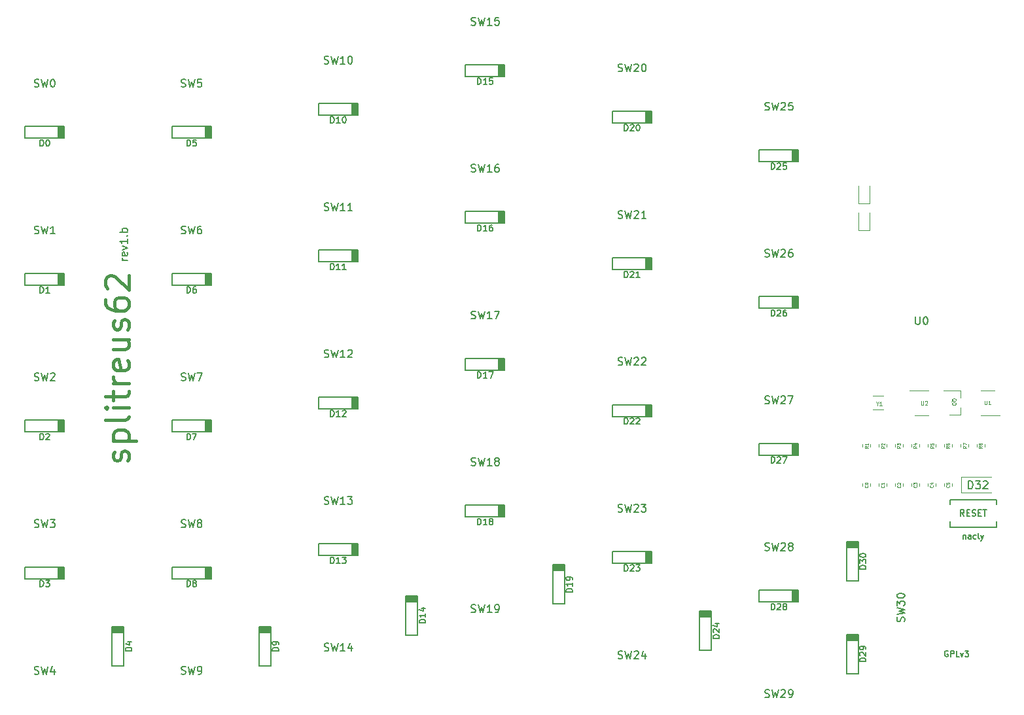
<source format=gbr>
G04 #@! TF.GenerationSoftware,KiCad,Pcbnew,(5.1.4)-1*
G04 #@! TF.CreationDate,2020-06-14T12:37:33-04:00*
G04 #@! TF.ProjectId,splitreus,73706c69-7472-4657-9573-2e6b69636164,1*
G04 #@! TF.SameCoordinates,Original*
G04 #@! TF.FileFunction,Legend,Top*
G04 #@! TF.FilePolarity,Positive*
%FSLAX46Y46*%
G04 Gerber Fmt 4.6, Leading zero omitted, Abs format (unit mm)*
G04 Created by KiCad (PCBNEW (5.1.4)-1) date 2020-06-14 12:37:33*
%MOMM*%
%LPD*%
G04 APERTURE LIST*
%ADD10C,0.150000*%
%ADD11C,0.200000*%
%ADD12C,0.400000*%
%ADD13C,0.120000*%
%ADD14C,0.060000*%
%ADD15C,0.070000*%
G04 APERTURE END LIST*
D10*
X118829428Y-61596885D02*
X118829428Y-62096885D01*
X118829428Y-61668314D02*
X118865142Y-61632600D01*
X118936571Y-61596885D01*
X119043714Y-61596885D01*
X119115142Y-61632600D01*
X119150857Y-61704028D01*
X119150857Y-62096885D01*
X119829428Y-62096885D02*
X119829428Y-61704028D01*
X119793714Y-61632600D01*
X119722285Y-61596885D01*
X119579428Y-61596885D01*
X119508000Y-61632600D01*
X119829428Y-62061171D02*
X119758000Y-62096885D01*
X119579428Y-62096885D01*
X119508000Y-62061171D01*
X119472285Y-61989742D01*
X119472285Y-61918314D01*
X119508000Y-61846885D01*
X119579428Y-61811171D01*
X119758000Y-61811171D01*
X119829428Y-61775457D01*
X120508000Y-62061171D02*
X120436571Y-62096885D01*
X120293714Y-62096885D01*
X120222285Y-62061171D01*
X120186571Y-62025457D01*
X120150857Y-61954028D01*
X120150857Y-61739742D01*
X120186571Y-61668314D01*
X120222285Y-61632600D01*
X120293714Y-61596885D01*
X120436571Y-61596885D01*
X120508000Y-61632600D01*
X120936571Y-62096885D02*
X120865142Y-62061171D01*
X120829428Y-61989742D01*
X120829428Y-61346885D01*
X121150857Y-61596885D02*
X121329428Y-62096885D01*
X121508000Y-61596885D02*
X121329428Y-62096885D01*
X121258000Y-62275457D01*
X121222285Y-62311171D01*
X121150857Y-62346885D01*
X116875000Y-76625000D02*
X116803571Y-76589285D01*
X116696428Y-76589285D01*
X116589285Y-76625000D01*
X116517857Y-76696428D01*
X116482142Y-76767857D01*
X116446428Y-76910714D01*
X116446428Y-77017857D01*
X116482142Y-77160714D01*
X116517857Y-77232142D01*
X116589285Y-77303571D01*
X116696428Y-77339285D01*
X116767857Y-77339285D01*
X116875000Y-77303571D01*
X116910714Y-77267857D01*
X116910714Y-77017857D01*
X116767857Y-77017857D01*
X117232142Y-77339285D02*
X117232142Y-76589285D01*
X117517857Y-76589285D01*
X117589285Y-76625000D01*
X117625000Y-76660714D01*
X117660714Y-76732142D01*
X117660714Y-76839285D01*
X117625000Y-76910714D01*
X117589285Y-76946428D01*
X117517857Y-76982142D01*
X117232142Y-76982142D01*
X118339285Y-77339285D02*
X117982142Y-77339285D01*
X117982142Y-76589285D01*
X118517857Y-76839285D02*
X118696428Y-77339285D01*
X118875000Y-76839285D01*
X119089285Y-76589285D02*
X119553571Y-76589285D01*
X119303571Y-76875000D01*
X119410714Y-76875000D01*
X119482142Y-76910714D01*
X119517857Y-76946428D01*
X119553571Y-77017857D01*
X119553571Y-77196428D01*
X119517857Y-77267857D01*
X119482142Y-77303571D01*
X119410714Y-77339285D01*
X119196428Y-77339285D01*
X119125000Y-77303571D01*
X119089285Y-77267857D01*
D11*
X10702380Y-26047619D02*
X10035714Y-26047619D01*
X10226190Y-26047619D02*
X10130952Y-26000000D01*
X10083333Y-25952380D01*
X10035714Y-25857142D01*
X10035714Y-25761904D01*
X10654761Y-25047619D02*
X10702380Y-25142857D01*
X10702380Y-25333333D01*
X10654761Y-25428571D01*
X10559523Y-25476190D01*
X10178571Y-25476190D01*
X10083333Y-25428571D01*
X10035714Y-25333333D01*
X10035714Y-25142857D01*
X10083333Y-25047619D01*
X10178571Y-25000000D01*
X10273809Y-25000000D01*
X10369047Y-25476190D01*
X10035714Y-24666666D02*
X10702380Y-24428571D01*
X10035714Y-24190476D01*
X10702380Y-23285714D02*
X10702380Y-23857142D01*
X10702380Y-23571428D02*
X9702380Y-23571428D01*
X9845238Y-23666666D01*
X9940476Y-23761904D01*
X9988095Y-23857142D01*
X10607142Y-22857142D02*
X10654761Y-22809523D01*
X10702380Y-22857142D01*
X10654761Y-22904761D01*
X10607142Y-22857142D01*
X10702380Y-22857142D01*
X10702380Y-22380952D02*
X9702380Y-22380952D01*
X10083333Y-22380952D02*
X10035714Y-22285714D01*
X10035714Y-22095238D01*
X10083333Y-22000000D01*
X10130952Y-21952380D01*
X10226190Y-21904761D01*
X10511904Y-21904761D01*
X10607142Y-21952380D01*
X10654761Y-22000000D01*
X10702380Y-22095238D01*
X10702380Y-22285714D01*
X10654761Y-22380952D01*
D12*
X10714285Y-52000000D02*
X10857142Y-51714285D01*
X10857142Y-51142857D01*
X10714285Y-50857142D01*
X10428571Y-50714285D01*
X10285714Y-50714285D01*
X10000000Y-50857142D01*
X9857142Y-51142857D01*
X9857142Y-51571428D01*
X9714285Y-51857142D01*
X9428571Y-52000000D01*
X9285714Y-52000000D01*
X9000000Y-51857142D01*
X8857142Y-51571428D01*
X8857142Y-51142857D01*
X9000000Y-50857142D01*
X8857142Y-49428571D02*
X11857142Y-49428571D01*
X9000000Y-49428571D02*
X8857142Y-49142857D01*
X8857142Y-48571428D01*
X9000000Y-48285714D01*
X9142857Y-48142857D01*
X9428571Y-48000000D01*
X10285714Y-48000000D01*
X10571428Y-48142857D01*
X10714285Y-48285714D01*
X10857142Y-48571428D01*
X10857142Y-49142857D01*
X10714285Y-49428571D01*
X10857142Y-46285714D02*
X10714285Y-46571428D01*
X10428571Y-46714285D01*
X7857142Y-46714285D01*
X10857142Y-45142857D02*
X8857142Y-45142857D01*
X7857142Y-45142857D02*
X8000000Y-45285714D01*
X8142857Y-45142857D01*
X8000000Y-45000000D01*
X7857142Y-45142857D01*
X8142857Y-45142857D01*
X8857142Y-44142857D02*
X8857142Y-43000000D01*
X7857142Y-43714285D02*
X10428571Y-43714285D01*
X10714285Y-43571428D01*
X10857142Y-43285714D01*
X10857142Y-43000000D01*
X10857142Y-42000000D02*
X8857142Y-42000000D01*
X9428571Y-42000000D02*
X9142857Y-41857142D01*
X9000000Y-41714285D01*
X8857142Y-41428571D01*
X8857142Y-41142857D01*
X10714285Y-39000000D02*
X10857142Y-39285714D01*
X10857142Y-39857142D01*
X10714285Y-40142857D01*
X10428571Y-40285714D01*
X9285714Y-40285714D01*
X9000000Y-40142857D01*
X8857142Y-39857142D01*
X8857142Y-39285714D01*
X9000000Y-39000000D01*
X9285714Y-38857142D01*
X9571428Y-38857142D01*
X9857142Y-40285714D01*
X8857142Y-36285714D02*
X10857142Y-36285714D01*
X8857142Y-37571428D02*
X10428571Y-37571428D01*
X10714285Y-37428571D01*
X10857142Y-37142857D01*
X10857142Y-36714285D01*
X10714285Y-36428571D01*
X10571428Y-36285714D01*
X10714285Y-35000000D02*
X10857142Y-34714285D01*
X10857142Y-34142857D01*
X10714285Y-33857142D01*
X10428571Y-33714285D01*
X10285714Y-33714285D01*
X10000000Y-33857142D01*
X9857142Y-34142857D01*
X9857142Y-34571428D01*
X9714285Y-34857142D01*
X9428571Y-35000000D01*
X9285714Y-35000000D01*
X9000000Y-34857142D01*
X8857142Y-34571428D01*
X8857142Y-34142857D01*
X9000000Y-33857142D01*
X7857142Y-31142857D02*
X7857142Y-31714285D01*
X8000000Y-32000000D01*
X8142857Y-32142857D01*
X8571428Y-32428571D01*
X9142857Y-32571428D01*
X10285714Y-32571428D01*
X10571428Y-32428571D01*
X10714285Y-32285714D01*
X10857142Y-32000000D01*
X10857142Y-31428571D01*
X10714285Y-31142857D01*
X10571428Y-31000000D01*
X10285714Y-30857142D01*
X9571428Y-30857142D01*
X9285714Y-31000000D01*
X9142857Y-31142857D01*
X9000000Y-31428571D01*
X9000000Y-32000000D01*
X9142857Y-32285714D01*
X9285714Y-32428571D01*
X9571428Y-32571428D01*
X8142857Y-29714285D02*
X8000000Y-29571428D01*
X7857142Y-29285714D01*
X7857142Y-28571428D01*
X8000000Y-28285714D01*
X8142857Y-28142857D01*
X8428571Y-28000000D01*
X8714285Y-28000000D01*
X9142857Y-28142857D01*
X10857142Y-29857142D01*
X10857142Y-28000000D01*
D13*
X116387000Y-54965421D02*
X116387000Y-55290979D01*
X117407000Y-54965421D02*
X117407000Y-55290979D01*
X114274000Y-54965421D02*
X114274000Y-55290979D01*
X115294000Y-54965421D02*
X115294000Y-55290979D01*
X112162000Y-54965421D02*
X112162000Y-55290979D01*
X113182000Y-54965421D02*
X113182000Y-55290979D01*
X110050000Y-54965421D02*
X110050000Y-55290979D01*
X111070000Y-54965421D02*
X111070000Y-55290979D01*
X107938000Y-54965421D02*
X107938000Y-55290979D01*
X108958000Y-54965421D02*
X108958000Y-55290979D01*
X105825000Y-54965421D02*
X105825000Y-55290979D01*
X106845000Y-54965421D02*
X106845000Y-55290979D01*
X120614000Y-49885421D02*
X120614000Y-50210979D01*
X121634000Y-49885421D02*
X121634000Y-50210979D01*
X119520000Y-50210979D02*
X119520000Y-49885421D01*
X118500000Y-50210979D02*
X118500000Y-49885421D01*
X116387000Y-49885421D02*
X116387000Y-50210979D01*
X117407000Y-49885421D02*
X117407000Y-50210979D01*
X115293000Y-50210979D02*
X115293000Y-49885421D01*
X114273000Y-50210979D02*
X114273000Y-49885421D01*
X112159000Y-49885421D02*
X112159000Y-50210979D01*
X113179000Y-49885421D02*
X113179000Y-50210979D01*
X110046000Y-49885421D02*
X110046000Y-50210979D01*
X111066000Y-49885421D02*
X111066000Y-50210979D01*
X108952000Y-50210979D02*
X108952000Y-49885421D01*
X107932000Y-50210979D02*
X107932000Y-49885421D01*
X105818000Y-49885421D02*
X105818000Y-50210979D01*
X106838000Y-49885421D02*
X106838000Y-50210979D01*
X118507000Y-46078300D02*
X117047000Y-46078300D01*
X118507000Y-42918300D02*
X116347000Y-42918300D01*
X118507000Y-42918300D02*
X118507000Y-43848300D01*
X118507000Y-46078300D02*
X118507000Y-45148300D01*
X108489000Y-45373300D02*
X107139000Y-45373300D01*
X108489000Y-43623300D02*
X107139000Y-43623300D01*
D10*
X97022000Y-49738000D02*
X97022000Y-51262000D01*
X97403000Y-51262000D02*
X97403000Y-49738000D01*
X97530000Y-51262000D02*
X97530000Y-49738000D01*
X92450000Y-49738000D02*
X92450000Y-51262000D01*
X97149000Y-51262000D02*
X97149000Y-49738000D01*
X96768000Y-51262000D02*
X96768000Y-49738000D01*
X97530000Y-49738000D02*
X92450000Y-49738000D01*
X92450000Y-51262000D02*
X97530000Y-51262000D01*
X97276000Y-49738000D02*
X97276000Y-51262000D01*
X96895000Y-51262000D02*
X96895000Y-49738000D01*
X103738000Y-62978000D02*
X105262000Y-62978000D01*
X105262000Y-62597000D02*
X103738000Y-62597000D01*
X105262000Y-62470000D02*
X103738000Y-62470000D01*
X103738000Y-67550000D02*
X105262000Y-67550000D01*
X105262000Y-62851000D02*
X103738000Y-62851000D01*
X105262000Y-63232000D02*
X103738000Y-63232000D01*
X103738000Y-62470000D02*
X103738000Y-67550000D01*
X105262000Y-67550000D02*
X105262000Y-62470000D01*
X103738000Y-62724000D02*
X105262000Y-62724000D01*
X105262000Y-63105000D02*
X103738000Y-63105000D01*
X103738000Y-74978000D02*
X105262000Y-74978000D01*
X105262000Y-74597000D02*
X103738000Y-74597000D01*
X105262000Y-74470000D02*
X103738000Y-74470000D01*
X103738000Y-79550000D02*
X105262000Y-79550000D01*
X105262000Y-74851000D02*
X103738000Y-74851000D01*
X105262000Y-75232000D02*
X103738000Y-75232000D01*
X103738000Y-74470000D02*
X103738000Y-79550000D01*
X105262000Y-79550000D02*
X105262000Y-74470000D01*
X103738000Y-74724000D02*
X105262000Y-74724000D01*
X105262000Y-75105000D02*
X103738000Y-75105000D01*
X97022000Y-68738000D02*
X97022000Y-70262000D01*
X97403000Y-70262000D02*
X97403000Y-68738000D01*
X97530000Y-70262000D02*
X97530000Y-68738000D01*
X92450000Y-68738000D02*
X92450000Y-70262000D01*
X97149000Y-70262000D02*
X97149000Y-68738000D01*
X96768000Y-70262000D02*
X96768000Y-68738000D01*
X97530000Y-68738000D02*
X92450000Y-68738000D01*
X92450000Y-70262000D02*
X97530000Y-70262000D01*
X97276000Y-68738000D02*
X97276000Y-70262000D01*
X96895000Y-70262000D02*
X96895000Y-68738000D01*
X97022000Y-30738000D02*
X97022000Y-32262000D01*
X97403000Y-32262000D02*
X97403000Y-30738000D01*
X97530000Y-32262000D02*
X97530000Y-30738000D01*
X92450000Y-30738000D02*
X92450000Y-32262000D01*
X97149000Y-32262000D02*
X97149000Y-30738000D01*
X96768000Y-32262000D02*
X96768000Y-30738000D01*
X97530000Y-30738000D02*
X92450000Y-30738000D01*
X92450000Y-32262000D02*
X97530000Y-32262000D01*
X97276000Y-30738000D02*
X97276000Y-32262000D01*
X96895000Y-32262000D02*
X96895000Y-30738000D01*
X97022000Y-11738000D02*
X97022000Y-13262000D01*
X97403000Y-13262000D02*
X97403000Y-11738000D01*
X97530000Y-13262000D02*
X97530000Y-11738000D01*
X92450000Y-11738000D02*
X92450000Y-13262000D01*
X97149000Y-13262000D02*
X97149000Y-11738000D01*
X96768000Y-13262000D02*
X96768000Y-11738000D01*
X97530000Y-11738000D02*
X92450000Y-11738000D01*
X92450000Y-13262000D02*
X97530000Y-13262000D01*
X97276000Y-11738000D02*
X97276000Y-13262000D01*
X96895000Y-13262000D02*
X96895000Y-11738000D01*
X84738000Y-71978000D02*
X86262000Y-71978000D01*
X86262000Y-71597000D02*
X84738000Y-71597000D01*
X86262000Y-71470000D02*
X84738000Y-71470000D01*
X84738000Y-76550000D02*
X86262000Y-76550000D01*
X86262000Y-71851000D02*
X84738000Y-71851000D01*
X86262000Y-72232000D02*
X84738000Y-72232000D01*
X84738000Y-71470000D02*
X84738000Y-76550000D01*
X86262000Y-76550000D02*
X86262000Y-71470000D01*
X84738000Y-71724000D02*
X86262000Y-71724000D01*
X86262000Y-72105000D02*
X84738000Y-72105000D01*
X78022000Y-63738000D02*
X78022000Y-65262000D01*
X78403000Y-65262000D02*
X78403000Y-63738000D01*
X78530000Y-65262000D02*
X78530000Y-63738000D01*
X73450000Y-63738000D02*
X73450000Y-65262000D01*
X78149000Y-65262000D02*
X78149000Y-63738000D01*
X77768000Y-65262000D02*
X77768000Y-63738000D01*
X78530000Y-63738000D02*
X73450000Y-63738000D01*
X73450000Y-65262000D02*
X78530000Y-65262000D01*
X78276000Y-63738000D02*
X78276000Y-65262000D01*
X77895000Y-65262000D02*
X77895000Y-63738000D01*
X78022000Y-44738000D02*
X78022000Y-46262000D01*
X78403000Y-46262000D02*
X78403000Y-44738000D01*
X78530000Y-46262000D02*
X78530000Y-44738000D01*
X73450000Y-44738000D02*
X73450000Y-46262000D01*
X78149000Y-46262000D02*
X78149000Y-44738000D01*
X77768000Y-46262000D02*
X77768000Y-44738000D01*
X78530000Y-44738000D02*
X73450000Y-44738000D01*
X73450000Y-46262000D02*
X78530000Y-46262000D01*
X78276000Y-44738000D02*
X78276000Y-46262000D01*
X77895000Y-46262000D02*
X77895000Y-44738000D01*
X78022000Y-25738000D02*
X78022000Y-27262000D01*
X78403000Y-27262000D02*
X78403000Y-25738000D01*
X78530000Y-27262000D02*
X78530000Y-25738000D01*
X73450000Y-25738000D02*
X73450000Y-27262000D01*
X78149000Y-27262000D02*
X78149000Y-25738000D01*
X77768000Y-27262000D02*
X77768000Y-25738000D01*
X78530000Y-25738000D02*
X73450000Y-25738000D01*
X73450000Y-27262000D02*
X78530000Y-27262000D01*
X78276000Y-25738000D02*
X78276000Y-27262000D01*
X77895000Y-27262000D02*
X77895000Y-25738000D01*
X78022000Y-6738000D02*
X78022000Y-8262000D01*
X78403000Y-8262000D02*
X78403000Y-6738000D01*
X78530000Y-8262000D02*
X78530000Y-6738000D01*
X73450000Y-6738000D02*
X73450000Y-8262000D01*
X78149000Y-8262000D02*
X78149000Y-6738000D01*
X77768000Y-8262000D02*
X77768000Y-6738000D01*
X78530000Y-6738000D02*
X73450000Y-6738000D01*
X73450000Y-8262000D02*
X78530000Y-8262000D01*
X78276000Y-6738000D02*
X78276000Y-8262000D01*
X77895000Y-8262000D02*
X77895000Y-6738000D01*
X65738000Y-65978000D02*
X67262000Y-65978000D01*
X67262000Y-65597000D02*
X65738000Y-65597000D01*
X67262000Y-65470000D02*
X65738000Y-65470000D01*
X65738000Y-70550000D02*
X67262000Y-70550000D01*
X67262000Y-65851000D02*
X65738000Y-65851000D01*
X67262000Y-66232000D02*
X65738000Y-66232000D01*
X65738000Y-65470000D02*
X65738000Y-70550000D01*
X67262000Y-70550000D02*
X67262000Y-65470000D01*
X65738000Y-65724000D02*
X67262000Y-65724000D01*
X67262000Y-66105000D02*
X65738000Y-66105000D01*
X59022000Y-57738000D02*
X59022000Y-59262000D01*
X59403000Y-59262000D02*
X59403000Y-57738000D01*
X59530000Y-59262000D02*
X59530000Y-57738000D01*
X54450000Y-57738000D02*
X54450000Y-59262000D01*
X59149000Y-59262000D02*
X59149000Y-57738000D01*
X58768000Y-59262000D02*
X58768000Y-57738000D01*
X59530000Y-57738000D02*
X54450000Y-57738000D01*
X54450000Y-59262000D02*
X59530000Y-59262000D01*
X59276000Y-57738000D02*
X59276000Y-59262000D01*
X58895000Y-59262000D02*
X58895000Y-57738000D01*
X59022000Y-38738000D02*
X59022000Y-40262000D01*
X59403000Y-40262000D02*
X59403000Y-38738000D01*
X59530000Y-40262000D02*
X59530000Y-38738000D01*
X54450000Y-38738000D02*
X54450000Y-40262000D01*
X59149000Y-40262000D02*
X59149000Y-38738000D01*
X58768000Y-40262000D02*
X58768000Y-38738000D01*
X59530000Y-38738000D02*
X54450000Y-38738000D01*
X54450000Y-40262000D02*
X59530000Y-40262000D01*
X59276000Y-38738000D02*
X59276000Y-40262000D01*
X58895000Y-40262000D02*
X58895000Y-38738000D01*
X59022000Y-738000D02*
X59022000Y-2262000D01*
X59403000Y-2262000D02*
X59403000Y-738000D01*
X59530000Y-2262000D02*
X59530000Y-738000D01*
X54450000Y-738000D02*
X54450000Y-2262000D01*
X59149000Y-2262000D02*
X59149000Y-738000D01*
X58768000Y-2262000D02*
X58768000Y-738000D01*
X59530000Y-738000D02*
X54450000Y-738000D01*
X54450000Y-2262000D02*
X59530000Y-2262000D01*
X59276000Y-738000D02*
X59276000Y-2262000D01*
X58895000Y-2262000D02*
X58895000Y-738000D01*
X46738000Y-69978000D02*
X48262000Y-69978000D01*
X48262000Y-69597000D02*
X46738000Y-69597000D01*
X48262000Y-69470000D02*
X46738000Y-69470000D01*
X46738000Y-74550000D02*
X48262000Y-74550000D01*
X48262000Y-69851000D02*
X46738000Y-69851000D01*
X48262000Y-70232000D02*
X46738000Y-70232000D01*
X46738000Y-69470000D02*
X46738000Y-74550000D01*
X48262000Y-74550000D02*
X48262000Y-69470000D01*
X46738000Y-69724000D02*
X48262000Y-69724000D01*
X48262000Y-70105000D02*
X46738000Y-70105000D01*
X40022000Y-62738000D02*
X40022000Y-64262000D01*
X40403000Y-64262000D02*
X40403000Y-62738000D01*
X40530000Y-64262000D02*
X40530000Y-62738000D01*
X35450000Y-62738000D02*
X35450000Y-64262000D01*
X40149000Y-64262000D02*
X40149000Y-62738000D01*
X39768000Y-64262000D02*
X39768000Y-62738000D01*
X40530000Y-62738000D02*
X35450000Y-62738000D01*
X35450000Y-64262000D02*
X40530000Y-64262000D01*
X40276000Y-62738000D02*
X40276000Y-64262000D01*
X39895000Y-64262000D02*
X39895000Y-62738000D01*
X40022000Y-43738000D02*
X40022000Y-45262000D01*
X40403000Y-45262000D02*
X40403000Y-43738000D01*
X40530000Y-45262000D02*
X40530000Y-43738000D01*
X35450000Y-43738000D02*
X35450000Y-45262000D01*
X40149000Y-45262000D02*
X40149000Y-43738000D01*
X39768000Y-45262000D02*
X39768000Y-43738000D01*
X40530000Y-43738000D02*
X35450000Y-43738000D01*
X35450000Y-45262000D02*
X40530000Y-45262000D01*
X40276000Y-43738000D02*
X40276000Y-45262000D01*
X39895000Y-45262000D02*
X39895000Y-43738000D01*
X40022000Y-24738000D02*
X40022000Y-26262000D01*
X40403000Y-26262000D02*
X40403000Y-24738000D01*
X40530000Y-26262000D02*
X40530000Y-24738000D01*
X35450000Y-24738000D02*
X35450000Y-26262000D01*
X40149000Y-26262000D02*
X40149000Y-24738000D01*
X39768000Y-26262000D02*
X39768000Y-24738000D01*
X40530000Y-24738000D02*
X35450000Y-24738000D01*
X35450000Y-26262000D02*
X40530000Y-26262000D01*
X40276000Y-24738000D02*
X40276000Y-26262000D01*
X39895000Y-26262000D02*
X39895000Y-24738000D01*
X40022000Y-5738000D02*
X40022000Y-7262000D01*
X40403000Y-7262000D02*
X40403000Y-5738000D01*
X40530000Y-7262000D02*
X40530000Y-5738000D01*
X35450000Y-5738000D02*
X35450000Y-7262000D01*
X40149000Y-7262000D02*
X40149000Y-5738000D01*
X39768000Y-7262000D02*
X39768000Y-5738000D01*
X40530000Y-5738000D02*
X35450000Y-5738000D01*
X35450000Y-7262000D02*
X40530000Y-7262000D01*
X40276000Y-5738000D02*
X40276000Y-7262000D01*
X39895000Y-7262000D02*
X39895000Y-5738000D01*
X27738000Y-73978000D02*
X29262000Y-73978000D01*
X29262000Y-73597000D02*
X27738000Y-73597000D01*
X29262000Y-73470000D02*
X27738000Y-73470000D01*
X27738000Y-78550000D02*
X29262000Y-78550000D01*
X29262000Y-73851000D02*
X27738000Y-73851000D01*
X29262000Y-74232000D02*
X27738000Y-74232000D01*
X27738000Y-73470000D02*
X27738000Y-78550000D01*
X29262000Y-78550000D02*
X29262000Y-73470000D01*
X27738000Y-73724000D02*
X29262000Y-73724000D01*
X29262000Y-74105000D02*
X27738000Y-74105000D01*
X21022000Y-65738000D02*
X21022000Y-67262000D01*
X21403000Y-67262000D02*
X21403000Y-65738000D01*
X21530000Y-67262000D02*
X21530000Y-65738000D01*
X16450000Y-65738000D02*
X16450000Y-67262000D01*
X21149000Y-67262000D02*
X21149000Y-65738000D01*
X20768000Y-67262000D02*
X20768000Y-65738000D01*
X21530000Y-65738000D02*
X16450000Y-65738000D01*
X16450000Y-67262000D02*
X21530000Y-67262000D01*
X21276000Y-65738000D02*
X21276000Y-67262000D01*
X20895000Y-67262000D02*
X20895000Y-65738000D01*
X21022000Y-46738000D02*
X21022000Y-48262000D01*
X21403000Y-48262000D02*
X21403000Y-46738000D01*
X21530000Y-48262000D02*
X21530000Y-46738000D01*
X16450000Y-46738000D02*
X16450000Y-48262000D01*
X21149000Y-48262000D02*
X21149000Y-46738000D01*
X20768000Y-48262000D02*
X20768000Y-46738000D01*
X21530000Y-46738000D02*
X16450000Y-46738000D01*
X16450000Y-48262000D02*
X21530000Y-48262000D01*
X21276000Y-46738000D02*
X21276000Y-48262000D01*
X20895000Y-48262000D02*
X20895000Y-46738000D01*
X21022000Y-27738000D02*
X21022000Y-29262000D01*
X21403000Y-29262000D02*
X21403000Y-27738000D01*
X21530000Y-29262000D02*
X21530000Y-27738000D01*
X16450000Y-27738000D02*
X16450000Y-29262000D01*
X21149000Y-29262000D02*
X21149000Y-27738000D01*
X20768000Y-29262000D02*
X20768000Y-27738000D01*
X21530000Y-27738000D02*
X16450000Y-27738000D01*
X16450000Y-29262000D02*
X21530000Y-29262000D01*
X21276000Y-27738000D02*
X21276000Y-29262000D01*
X20895000Y-29262000D02*
X20895000Y-27738000D01*
X21022000Y-8738000D02*
X21022000Y-10262000D01*
X21403000Y-10262000D02*
X21403000Y-8738000D01*
X21530000Y-10262000D02*
X21530000Y-8738000D01*
X16450000Y-8738000D02*
X16450000Y-10262000D01*
X21149000Y-10262000D02*
X21149000Y-8738000D01*
X20768000Y-10262000D02*
X20768000Y-8738000D01*
X21530000Y-8738000D02*
X16450000Y-8738000D01*
X16450000Y-10262000D02*
X21530000Y-10262000D01*
X21276000Y-8738000D02*
X21276000Y-10262000D01*
X20895000Y-10262000D02*
X20895000Y-8738000D01*
X59022000Y-19738000D02*
X59022000Y-21262000D01*
X59403000Y-21262000D02*
X59403000Y-19738000D01*
X59530000Y-21262000D02*
X59530000Y-19738000D01*
X54450000Y-19738000D02*
X54450000Y-21262000D01*
X59149000Y-21262000D02*
X59149000Y-19738000D01*
X58768000Y-21262000D02*
X58768000Y-19738000D01*
X59530000Y-19738000D02*
X54450000Y-19738000D01*
X54450000Y-21262000D02*
X59530000Y-21262000D01*
X59276000Y-19738000D02*
X59276000Y-21262000D01*
X58895000Y-21262000D02*
X58895000Y-19738000D01*
X8738000Y-73978000D02*
X10262000Y-73978000D01*
X10262000Y-73597000D02*
X8738000Y-73597000D01*
X10262000Y-73470000D02*
X8738000Y-73470000D01*
X8738000Y-78550000D02*
X10262000Y-78550000D01*
X10262000Y-73851000D02*
X8738000Y-73851000D01*
X10262000Y-74232000D02*
X8738000Y-74232000D01*
X8738000Y-73470000D02*
X8738000Y-78550000D01*
X10262000Y-78550000D02*
X10262000Y-73470000D01*
X8738000Y-73724000D02*
X10262000Y-73724000D01*
X10262000Y-74105000D02*
X8738000Y-74105000D01*
X2022000Y-65738000D02*
X2022000Y-67262000D01*
X2403000Y-67262000D02*
X2403000Y-65738000D01*
X2530000Y-67262000D02*
X2530000Y-65738000D01*
X-2550000Y-65738000D02*
X-2550000Y-67262000D01*
X2149000Y-67262000D02*
X2149000Y-65738000D01*
X1768000Y-67262000D02*
X1768000Y-65738000D01*
X2530000Y-65738000D02*
X-2550000Y-65738000D01*
X-2550000Y-67262000D02*
X2530000Y-67262000D01*
X2276000Y-65738000D02*
X2276000Y-67262000D01*
X1895000Y-67262000D02*
X1895000Y-65738000D01*
X2022000Y-46738000D02*
X2022000Y-48262000D01*
X2403000Y-48262000D02*
X2403000Y-46738000D01*
X2530000Y-48262000D02*
X2530000Y-46738000D01*
X-2550000Y-46738000D02*
X-2550000Y-48262000D01*
X2149000Y-48262000D02*
X2149000Y-46738000D01*
X1768000Y-48262000D02*
X1768000Y-46738000D01*
X2530000Y-46738000D02*
X-2550000Y-46738000D01*
X-2550000Y-48262000D02*
X2530000Y-48262000D01*
X2276000Y-46738000D02*
X2276000Y-48262000D01*
X1895000Y-48262000D02*
X1895000Y-46738000D01*
X2022000Y-27738000D02*
X2022000Y-29262000D01*
X2403000Y-29262000D02*
X2403000Y-27738000D01*
X2530000Y-29262000D02*
X2530000Y-27738000D01*
X-2550000Y-27738000D02*
X-2550000Y-29262000D01*
X2149000Y-29262000D02*
X2149000Y-27738000D01*
X1768000Y-29262000D02*
X1768000Y-27738000D01*
X2530000Y-27738000D02*
X-2550000Y-27738000D01*
X-2550000Y-29262000D02*
X2530000Y-29262000D01*
X2276000Y-27738000D02*
X2276000Y-29262000D01*
X1895000Y-29262000D02*
X1895000Y-27738000D01*
X2022000Y-8738000D02*
X2022000Y-10262000D01*
X2403000Y-10262000D02*
X2403000Y-8738000D01*
X2530000Y-10262000D02*
X2530000Y-8738000D01*
X-2550000Y-8738000D02*
X-2550000Y-10262000D01*
X2149000Y-10262000D02*
X2149000Y-8738000D01*
X1768000Y-10262000D02*
X1768000Y-8738000D01*
X2530000Y-8738000D02*
X-2550000Y-8738000D01*
X-2550000Y-10262000D02*
X2530000Y-10262000D01*
X2276000Y-8738000D02*
X2276000Y-10262000D01*
X1895000Y-10262000D02*
X1895000Y-8738000D01*
X123133000Y-60585800D02*
X123133000Y-59885800D01*
X123133000Y-57085800D02*
X123133000Y-57685800D01*
X117133000Y-57085800D02*
X117133000Y-57685800D01*
X117133000Y-60585800D02*
X117133000Y-59885800D01*
X123133000Y-57085800D02*
X117133000Y-57085800D01*
X117133000Y-60585800D02*
X123133000Y-60585800D01*
D13*
X106735000Y-22140300D02*
X106735000Y-19855300D01*
X105265000Y-22140300D02*
X106735000Y-22140300D01*
X105265000Y-19855300D02*
X105265000Y-22140300D01*
X118569000Y-54128200D02*
X118569000Y-56128200D01*
X118569000Y-56128200D02*
X122469000Y-56128200D01*
X118569000Y-54128200D02*
X122469000Y-54128200D01*
X105265000Y-16416200D02*
X105265000Y-18701200D01*
X105265000Y-18701200D02*
X106735000Y-18701200D01*
X106735000Y-18701200D02*
X106735000Y-16416200D01*
X121113000Y-46108300D02*
X123563000Y-46108300D01*
X122913000Y-42888300D02*
X121113000Y-42888300D01*
X112581000Y-46108300D02*
X114381000Y-46108300D01*
X114381000Y-42888300D02*
X111931000Y-42888300D01*
D14*
X117030137Y-55210106D02*
X117049184Y-55229154D01*
X117068232Y-55286297D01*
X117068232Y-55324392D01*
X117049184Y-55381535D01*
X117011089Y-55419630D01*
X116972994Y-55438678D01*
X116896803Y-55457725D01*
X116839660Y-55457725D01*
X116763470Y-55438678D01*
X116725375Y-55419630D01*
X116687280Y-55381535D01*
X116668232Y-55324392D01*
X116668232Y-55286297D01*
X116687280Y-55229154D01*
X116706327Y-55210106D01*
X116668232Y-54848201D02*
X116668232Y-55038678D01*
X116858708Y-55057725D01*
X116839660Y-55038678D01*
X116820613Y-55000582D01*
X116820613Y-54905344D01*
X116839660Y-54867249D01*
X116858708Y-54848201D01*
X116896803Y-54829154D01*
X116992041Y-54829154D01*
X117030137Y-54848201D01*
X117049184Y-54867249D01*
X117068232Y-54905344D01*
X117068232Y-55000582D01*
X117049184Y-55038678D01*
X117030137Y-55057725D01*
X114919905Y-55210106D02*
X114938952Y-55229154D01*
X114958000Y-55286297D01*
X114958000Y-55324392D01*
X114938952Y-55381535D01*
X114900857Y-55419630D01*
X114862762Y-55438678D01*
X114786571Y-55457725D01*
X114729428Y-55457725D01*
X114653238Y-55438678D01*
X114615143Y-55419630D01*
X114577048Y-55381535D01*
X114558000Y-55324392D01*
X114558000Y-55286297D01*
X114577048Y-55229154D01*
X114596095Y-55210106D01*
X114691333Y-54867249D02*
X114958000Y-54867249D01*
X114538952Y-54962487D02*
X114824667Y-55057725D01*
X114824667Y-54810106D01*
X112809673Y-55210106D02*
X112828720Y-55229154D01*
X112847768Y-55286297D01*
X112847768Y-55324392D01*
X112828720Y-55381535D01*
X112790625Y-55419630D01*
X112752530Y-55438678D01*
X112676339Y-55457725D01*
X112619196Y-55457725D01*
X112543006Y-55438678D01*
X112504911Y-55419630D01*
X112466816Y-55381535D01*
X112447768Y-55324392D01*
X112447768Y-55286297D01*
X112466816Y-55229154D01*
X112485863Y-55210106D01*
X112447768Y-55076773D02*
X112447768Y-54829154D01*
X112600149Y-54962487D01*
X112600149Y-54905344D01*
X112619196Y-54867249D01*
X112638244Y-54848201D01*
X112676339Y-54829154D01*
X112771577Y-54829154D01*
X112809673Y-54848201D01*
X112828720Y-54867249D01*
X112847768Y-54905344D01*
X112847768Y-55019630D01*
X112828720Y-55057725D01*
X112809673Y-55076773D01*
X110699441Y-55210106D02*
X110718488Y-55229154D01*
X110737536Y-55286297D01*
X110737536Y-55324392D01*
X110718488Y-55381535D01*
X110680393Y-55419630D01*
X110642298Y-55438678D01*
X110566107Y-55457725D01*
X110508964Y-55457725D01*
X110432774Y-55438678D01*
X110394679Y-55419630D01*
X110356584Y-55381535D01*
X110337536Y-55324392D01*
X110337536Y-55286297D01*
X110356584Y-55229154D01*
X110375631Y-55210106D01*
X110375631Y-55057725D02*
X110356584Y-55038678D01*
X110337536Y-55000582D01*
X110337536Y-54905344D01*
X110356584Y-54867249D01*
X110375631Y-54848201D01*
X110413726Y-54829154D01*
X110451822Y-54829154D01*
X110508964Y-54848201D01*
X110737536Y-55076773D01*
X110737536Y-54829154D01*
X108589209Y-55210106D02*
X108608256Y-55229154D01*
X108627304Y-55286297D01*
X108627304Y-55324392D01*
X108608256Y-55381535D01*
X108570161Y-55419630D01*
X108532066Y-55438678D01*
X108455875Y-55457725D01*
X108398732Y-55457725D01*
X108322542Y-55438678D01*
X108284447Y-55419630D01*
X108246352Y-55381535D01*
X108227304Y-55324392D01*
X108227304Y-55286297D01*
X108246352Y-55229154D01*
X108265399Y-55210106D01*
X108627304Y-54829154D02*
X108627304Y-55057725D01*
X108627304Y-54943440D02*
X108227304Y-54943440D01*
X108284447Y-54981535D01*
X108322542Y-55019630D01*
X108341590Y-55057725D01*
X106478977Y-55210106D02*
X106498024Y-55229154D01*
X106517072Y-55286297D01*
X106517072Y-55324392D01*
X106498024Y-55381535D01*
X106459929Y-55419630D01*
X106421834Y-55438678D01*
X106345643Y-55457725D01*
X106288500Y-55457725D01*
X106212310Y-55438678D01*
X106174215Y-55419630D01*
X106136120Y-55381535D01*
X106117072Y-55324392D01*
X106117072Y-55286297D01*
X106136120Y-55229154D01*
X106155167Y-55210106D01*
X106117072Y-54962487D02*
X106117072Y-54924392D01*
X106136120Y-54886297D01*
X106155167Y-54867249D01*
X106193262Y-54848201D01*
X106269453Y-54829154D01*
X106364691Y-54829154D01*
X106440881Y-54848201D01*
X106478977Y-54867249D01*
X106498024Y-54886297D01*
X106517072Y-54924392D01*
X106517072Y-54962487D01*
X106498024Y-55000582D01*
X106478977Y-55019630D01*
X106440881Y-55038678D01*
X106364691Y-55057725D01*
X106269453Y-55057725D01*
X106193262Y-55038678D01*
X106155167Y-55019630D01*
X106136120Y-55000582D01*
X106117072Y-54962487D01*
X121270192Y-50111746D02*
X121079716Y-50245080D01*
X121270192Y-50340318D02*
X120870192Y-50340318D01*
X120870192Y-50187937D01*
X120889240Y-50149841D01*
X120908287Y-50130794D01*
X120946382Y-50111746D01*
X121003525Y-50111746D01*
X121041620Y-50130794D01*
X121060668Y-50149841D01*
X121079716Y-50187937D01*
X121079716Y-50340318D01*
X121041620Y-49883175D02*
X121022573Y-49921270D01*
X121003525Y-49940318D01*
X120965430Y-49959365D01*
X120946382Y-49959365D01*
X120908287Y-49940318D01*
X120889240Y-49921270D01*
X120870192Y-49883175D01*
X120870192Y-49806984D01*
X120889240Y-49768889D01*
X120908287Y-49749841D01*
X120946382Y-49730794D01*
X120965430Y-49730794D01*
X121003525Y-49749841D01*
X121022573Y-49768889D01*
X121041620Y-49806984D01*
X121041620Y-49883175D01*
X121060668Y-49921270D01*
X121079716Y-49940318D01*
X121117811Y-49959365D01*
X121194001Y-49959365D01*
X121232097Y-49940318D01*
X121251144Y-49921270D01*
X121270192Y-49883175D01*
X121270192Y-49806984D01*
X121251144Y-49768889D01*
X121232097Y-49749841D01*
X121194001Y-49730794D01*
X121117811Y-49730794D01*
X121079716Y-49749841D01*
X121060668Y-49768889D01*
X121041620Y-49806984D01*
X119256192Y-50111746D02*
X119065716Y-50245080D01*
X119256192Y-50340318D02*
X118856192Y-50340318D01*
X118856192Y-50187937D01*
X118875240Y-50149841D01*
X118894287Y-50130794D01*
X118932382Y-50111746D01*
X118989525Y-50111746D01*
X119027620Y-50130794D01*
X119046668Y-50149841D01*
X119065716Y-50187937D01*
X119065716Y-50340318D01*
X118856192Y-49978413D02*
X118856192Y-49711746D01*
X119256192Y-49883175D01*
X117043192Y-50111746D02*
X116852716Y-50245080D01*
X117043192Y-50340318D02*
X116643192Y-50340318D01*
X116643192Y-50187937D01*
X116662240Y-50149841D01*
X116681287Y-50130794D01*
X116719382Y-50111746D01*
X116776525Y-50111746D01*
X116814620Y-50130794D01*
X116833668Y-50149841D01*
X116852716Y-50187937D01*
X116852716Y-50340318D01*
X116643192Y-49768889D02*
X116643192Y-49845080D01*
X116662240Y-49883175D01*
X116681287Y-49902222D01*
X116738430Y-49940318D01*
X116814620Y-49959365D01*
X116967001Y-49959365D01*
X117005097Y-49940318D01*
X117024144Y-49921270D01*
X117043192Y-49883175D01*
X117043192Y-49806984D01*
X117024144Y-49768889D01*
X117005097Y-49749841D01*
X116967001Y-49730794D01*
X116871763Y-49730794D01*
X116833668Y-49749841D01*
X116814620Y-49768889D01*
X116795573Y-49806984D01*
X116795573Y-49883175D01*
X116814620Y-49921270D01*
X116833668Y-49940318D01*
X116871763Y-49959365D01*
X115029192Y-50111746D02*
X114838716Y-50245080D01*
X115029192Y-50340318D02*
X114629192Y-50340318D01*
X114629192Y-50187937D01*
X114648240Y-50149841D01*
X114667287Y-50130794D01*
X114705382Y-50111746D01*
X114762525Y-50111746D01*
X114800620Y-50130794D01*
X114819668Y-50149841D01*
X114838716Y-50187937D01*
X114838716Y-50340318D01*
X114629192Y-49749841D02*
X114629192Y-49940318D01*
X114819668Y-49959365D01*
X114800620Y-49940318D01*
X114781573Y-49902222D01*
X114781573Y-49806984D01*
X114800620Y-49768889D01*
X114819668Y-49749841D01*
X114857763Y-49730794D01*
X114953001Y-49730794D01*
X114991097Y-49749841D01*
X115010144Y-49768889D01*
X115029192Y-49806984D01*
X115029192Y-49902222D01*
X115010144Y-49940318D01*
X114991097Y-49959365D01*
X112815192Y-50111746D02*
X112624716Y-50245080D01*
X112815192Y-50340318D02*
X112415192Y-50340318D01*
X112415192Y-50187937D01*
X112434240Y-50149841D01*
X112453287Y-50130794D01*
X112491382Y-50111746D01*
X112548525Y-50111746D01*
X112586620Y-50130794D01*
X112605668Y-50149841D01*
X112624716Y-50187937D01*
X112624716Y-50340318D01*
X112548525Y-49768889D02*
X112815192Y-49768889D01*
X112396144Y-49864127D02*
X112681859Y-49959365D01*
X112681859Y-49711746D01*
X110702192Y-50111746D02*
X110511716Y-50245080D01*
X110702192Y-50340318D02*
X110302192Y-50340318D01*
X110302192Y-50187937D01*
X110321240Y-50149841D01*
X110340287Y-50130794D01*
X110378382Y-50111746D01*
X110435525Y-50111746D01*
X110473620Y-50130794D01*
X110492668Y-50149841D01*
X110511716Y-50187937D01*
X110511716Y-50340318D01*
X110302192Y-49978413D02*
X110302192Y-49730794D01*
X110454573Y-49864127D01*
X110454573Y-49806984D01*
X110473620Y-49768889D01*
X110492668Y-49749841D01*
X110530763Y-49730794D01*
X110626001Y-49730794D01*
X110664097Y-49749841D01*
X110683144Y-49768889D01*
X110702192Y-49806984D01*
X110702192Y-49921270D01*
X110683144Y-49959365D01*
X110664097Y-49978413D01*
X108676072Y-50111746D02*
X108485596Y-50245080D01*
X108676072Y-50340318D02*
X108276072Y-50340318D01*
X108276072Y-50187937D01*
X108295120Y-50149841D01*
X108314167Y-50130794D01*
X108352262Y-50111746D01*
X108409405Y-50111746D01*
X108447500Y-50130794D01*
X108466548Y-50149841D01*
X108485596Y-50187937D01*
X108485596Y-50340318D01*
X108314167Y-49959365D02*
X108295120Y-49940318D01*
X108276072Y-49902222D01*
X108276072Y-49806984D01*
X108295120Y-49768889D01*
X108314167Y-49749841D01*
X108352262Y-49730794D01*
X108390358Y-49730794D01*
X108447500Y-49749841D01*
X108676072Y-49978413D01*
X108676072Y-49730794D01*
X106537392Y-50111746D02*
X106346916Y-50245080D01*
X106537392Y-50340318D02*
X106137392Y-50340318D01*
X106137392Y-50187937D01*
X106156440Y-50149841D01*
X106175487Y-50130794D01*
X106213582Y-50111746D01*
X106270725Y-50111746D01*
X106308820Y-50130794D01*
X106327868Y-50149841D01*
X106346916Y-50187937D01*
X106346916Y-50340318D01*
X106537392Y-49730794D02*
X106537392Y-49959365D01*
X106537392Y-49845080D02*
X106137392Y-49845080D01*
X106194535Y-49883175D01*
X106232630Y-49921270D01*
X106251678Y-49959365D01*
D15*
X117358890Y-44310980D02*
X117382700Y-44263361D01*
X117430319Y-44215742D01*
X117501747Y-44144314D01*
X117525557Y-44096695D01*
X117525557Y-44049076D01*
X117406509Y-44072885D02*
X117430319Y-44025266D01*
X117477938Y-43977647D01*
X117573176Y-43953838D01*
X117739842Y-43953838D01*
X117835080Y-43977647D01*
X117882700Y-44025266D01*
X117906509Y-44072885D01*
X117906509Y-44168123D01*
X117882700Y-44215742D01*
X117835080Y-44263361D01*
X117739842Y-44287171D01*
X117573176Y-44287171D01*
X117477938Y-44263361D01*
X117430319Y-44215742D01*
X117406509Y-44168123D01*
X117406509Y-44072885D01*
X117906509Y-44596695D02*
X117906509Y-44644314D01*
X117882700Y-44691933D01*
X117858890Y-44715742D01*
X117811271Y-44739552D01*
X117716033Y-44763361D01*
X117596985Y-44763361D01*
X117501747Y-44739552D01*
X117454128Y-44715742D01*
X117430319Y-44691933D01*
X117406509Y-44644314D01*
X117406509Y-44596695D01*
X117430319Y-44549076D01*
X117454128Y-44525266D01*
X117501747Y-44501457D01*
X117596985Y-44477647D01*
X117716033Y-44477647D01*
X117811271Y-44501457D01*
X117858890Y-44525266D01*
X117882700Y-44549076D01*
X117906509Y-44596695D01*
D10*
X112690628Y-33346405D02*
X112690628Y-34155929D01*
X112738247Y-34251167D01*
X112785866Y-34298786D01*
X112881104Y-34346405D01*
X113071580Y-34346405D01*
X113166818Y-34298786D01*
X113214437Y-34251167D01*
X113262056Y-34155929D01*
X113262056Y-33346405D01*
X113928723Y-33346405D02*
X114023961Y-33346405D01*
X114119199Y-33394025D01*
X114166818Y-33441644D01*
X114214437Y-33536882D01*
X114262056Y-33727358D01*
X114262056Y-33965453D01*
X114214437Y-34155929D01*
X114166818Y-34251167D01*
X114119199Y-34298786D01*
X114023961Y-34346405D01*
X113928723Y-34346405D01*
X113833485Y-34298786D01*
X113785866Y-34251167D01*
X113738247Y-34155929D01*
X113690628Y-33965453D01*
X113690628Y-33727358D01*
X113738247Y-33536882D01*
X113785866Y-33441644D01*
X113833485Y-33394025D01*
X113928723Y-33346405D01*
D15*
X107723624Y-44600695D02*
X107723624Y-44838790D01*
X107556958Y-44338790D02*
X107723624Y-44600695D01*
X107890291Y-44338790D01*
X108318862Y-44838790D02*
X108033148Y-44838790D01*
X108176005Y-44838790D02*
X108176005Y-44338790D01*
X108128386Y-44410219D01*
X108080767Y-44457838D01*
X108033148Y-44481647D01*
D10*
X94013971Y-52271904D02*
X94013971Y-51471904D01*
X94204447Y-51471904D01*
X94318733Y-51510000D01*
X94394923Y-51586190D01*
X94433019Y-51662380D01*
X94471114Y-51814761D01*
X94471114Y-51929047D01*
X94433019Y-52081428D01*
X94394923Y-52157619D01*
X94318733Y-52233809D01*
X94204447Y-52271904D01*
X94013971Y-52271904D01*
X94775876Y-51548095D02*
X94813971Y-51510000D01*
X94890161Y-51471904D01*
X95080638Y-51471904D01*
X95156828Y-51510000D01*
X95194923Y-51548095D01*
X95233019Y-51624285D01*
X95233019Y-51700476D01*
X95194923Y-51814761D01*
X94737780Y-52271904D01*
X95233019Y-52271904D01*
X95499685Y-51471904D02*
X96033019Y-51471904D01*
X95690161Y-52271904D01*
X106271904Y-65986028D02*
X105471904Y-65986028D01*
X105471904Y-65795552D01*
X105510000Y-65681266D01*
X105586190Y-65605076D01*
X105662380Y-65566980D01*
X105814761Y-65528885D01*
X105929047Y-65528885D01*
X106081428Y-65566980D01*
X106157619Y-65605076D01*
X106233809Y-65681266D01*
X106271904Y-65795552D01*
X106271904Y-65986028D01*
X105471904Y-65262219D02*
X105471904Y-64766980D01*
X105776666Y-65033647D01*
X105776666Y-64919361D01*
X105814761Y-64843171D01*
X105852857Y-64805076D01*
X105929047Y-64766980D01*
X106119523Y-64766980D01*
X106195714Y-64805076D01*
X106233809Y-64843171D01*
X106271904Y-64919361D01*
X106271904Y-65147933D01*
X106233809Y-65224123D01*
X106195714Y-65262219D01*
X105471904Y-64271742D02*
X105471904Y-64195552D01*
X105510000Y-64119361D01*
X105548095Y-64081266D01*
X105624285Y-64043171D01*
X105776666Y-64005076D01*
X105967142Y-64005076D01*
X106119523Y-64043171D01*
X106195714Y-64081266D01*
X106233809Y-64119361D01*
X106271904Y-64195552D01*
X106271904Y-64271742D01*
X106233809Y-64347933D01*
X106195714Y-64386028D01*
X106119523Y-64424123D01*
X105967142Y-64462219D01*
X105776666Y-64462219D01*
X105624285Y-64424123D01*
X105548095Y-64386028D01*
X105510000Y-64347933D01*
X105471904Y-64271742D01*
X106271904Y-77986028D02*
X105471904Y-77986028D01*
X105471904Y-77795552D01*
X105510000Y-77681266D01*
X105586190Y-77605076D01*
X105662380Y-77566980D01*
X105814761Y-77528885D01*
X105929047Y-77528885D01*
X106081428Y-77566980D01*
X106157619Y-77605076D01*
X106233809Y-77681266D01*
X106271904Y-77795552D01*
X106271904Y-77986028D01*
X105548095Y-77224123D02*
X105510000Y-77186028D01*
X105471904Y-77109838D01*
X105471904Y-76919361D01*
X105510000Y-76843171D01*
X105548095Y-76805076D01*
X105624285Y-76766980D01*
X105700476Y-76766980D01*
X105814761Y-76805076D01*
X106271904Y-77262219D01*
X106271904Y-76766980D01*
X106271904Y-76386028D02*
X106271904Y-76233647D01*
X106233809Y-76157457D01*
X106195714Y-76119361D01*
X106081428Y-76043171D01*
X105929047Y-76005076D01*
X105624285Y-76005076D01*
X105548095Y-76043171D01*
X105510000Y-76081266D01*
X105471904Y-76157457D01*
X105471904Y-76309838D01*
X105510000Y-76386028D01*
X105548095Y-76424123D01*
X105624285Y-76462219D01*
X105814761Y-76462219D01*
X105890952Y-76424123D01*
X105929047Y-76386028D01*
X105967142Y-76309838D01*
X105967142Y-76157457D01*
X105929047Y-76081266D01*
X105890952Y-76043171D01*
X105814761Y-76005076D01*
X94013971Y-71271904D02*
X94013971Y-70471904D01*
X94204447Y-70471904D01*
X94318733Y-70510000D01*
X94394923Y-70586190D01*
X94433019Y-70662380D01*
X94471114Y-70814761D01*
X94471114Y-70929047D01*
X94433019Y-71081428D01*
X94394923Y-71157619D01*
X94318733Y-71233809D01*
X94204447Y-71271904D01*
X94013971Y-71271904D01*
X94775876Y-70548095D02*
X94813971Y-70510000D01*
X94890161Y-70471904D01*
X95080638Y-70471904D01*
X95156828Y-70510000D01*
X95194923Y-70548095D01*
X95233019Y-70624285D01*
X95233019Y-70700476D01*
X95194923Y-70814761D01*
X94737780Y-71271904D01*
X95233019Y-71271904D01*
X95690161Y-70814761D02*
X95613971Y-70776666D01*
X95575876Y-70738571D01*
X95537780Y-70662380D01*
X95537780Y-70624285D01*
X95575876Y-70548095D01*
X95613971Y-70510000D01*
X95690161Y-70471904D01*
X95842542Y-70471904D01*
X95918733Y-70510000D01*
X95956828Y-70548095D01*
X95994923Y-70624285D01*
X95994923Y-70662380D01*
X95956828Y-70738571D01*
X95918733Y-70776666D01*
X95842542Y-70814761D01*
X95690161Y-70814761D01*
X95613971Y-70852857D01*
X95575876Y-70890952D01*
X95537780Y-70967142D01*
X95537780Y-71119523D01*
X95575876Y-71195714D01*
X95613971Y-71233809D01*
X95690161Y-71271904D01*
X95842542Y-71271904D01*
X95918733Y-71233809D01*
X95956828Y-71195714D01*
X95994923Y-71119523D01*
X95994923Y-70967142D01*
X95956828Y-70890952D01*
X95918733Y-70852857D01*
X95842542Y-70814761D01*
X94013971Y-33271904D02*
X94013971Y-32471904D01*
X94204447Y-32471904D01*
X94318733Y-32510000D01*
X94394923Y-32586190D01*
X94433019Y-32662380D01*
X94471114Y-32814761D01*
X94471114Y-32929047D01*
X94433019Y-33081428D01*
X94394923Y-33157619D01*
X94318733Y-33233809D01*
X94204447Y-33271904D01*
X94013971Y-33271904D01*
X94775876Y-32548095D02*
X94813971Y-32510000D01*
X94890161Y-32471904D01*
X95080638Y-32471904D01*
X95156828Y-32510000D01*
X95194923Y-32548095D01*
X95233019Y-32624285D01*
X95233019Y-32700476D01*
X95194923Y-32814761D01*
X94737780Y-33271904D01*
X95233019Y-33271904D01*
X95918733Y-32471904D02*
X95766352Y-32471904D01*
X95690161Y-32510000D01*
X95652066Y-32548095D01*
X95575876Y-32662380D01*
X95537780Y-32814761D01*
X95537780Y-33119523D01*
X95575876Y-33195714D01*
X95613971Y-33233809D01*
X95690161Y-33271904D01*
X95842542Y-33271904D01*
X95918733Y-33233809D01*
X95956828Y-33195714D01*
X95994923Y-33119523D01*
X95994923Y-32929047D01*
X95956828Y-32852857D01*
X95918733Y-32814761D01*
X95842542Y-32776666D01*
X95690161Y-32776666D01*
X95613971Y-32814761D01*
X95575876Y-32852857D01*
X95537780Y-32929047D01*
X94013971Y-14271904D02*
X94013971Y-13471904D01*
X94204447Y-13471904D01*
X94318733Y-13510000D01*
X94394923Y-13586190D01*
X94433019Y-13662380D01*
X94471114Y-13814761D01*
X94471114Y-13929047D01*
X94433019Y-14081428D01*
X94394923Y-14157619D01*
X94318733Y-14233809D01*
X94204447Y-14271904D01*
X94013971Y-14271904D01*
X94775876Y-13548095D02*
X94813971Y-13510000D01*
X94890161Y-13471904D01*
X95080638Y-13471904D01*
X95156828Y-13510000D01*
X95194923Y-13548095D01*
X95233019Y-13624285D01*
X95233019Y-13700476D01*
X95194923Y-13814761D01*
X94737780Y-14271904D01*
X95233019Y-14271904D01*
X95956828Y-13471904D02*
X95575876Y-13471904D01*
X95537780Y-13852857D01*
X95575876Y-13814761D01*
X95652066Y-13776666D01*
X95842542Y-13776666D01*
X95918733Y-13814761D01*
X95956828Y-13852857D01*
X95994923Y-13929047D01*
X95994923Y-14119523D01*
X95956828Y-14195714D01*
X95918733Y-14233809D01*
X95842542Y-14271904D01*
X95652066Y-14271904D01*
X95575876Y-14233809D01*
X95537780Y-14195714D01*
X87271904Y-74986028D02*
X86471904Y-74986028D01*
X86471904Y-74795552D01*
X86510000Y-74681266D01*
X86586190Y-74605076D01*
X86662380Y-74566980D01*
X86814761Y-74528885D01*
X86929047Y-74528885D01*
X87081428Y-74566980D01*
X87157619Y-74605076D01*
X87233809Y-74681266D01*
X87271904Y-74795552D01*
X87271904Y-74986028D01*
X86548095Y-74224123D02*
X86510000Y-74186028D01*
X86471904Y-74109838D01*
X86471904Y-73919361D01*
X86510000Y-73843171D01*
X86548095Y-73805076D01*
X86624285Y-73766980D01*
X86700476Y-73766980D01*
X86814761Y-73805076D01*
X87271904Y-74262219D01*
X87271904Y-73766980D01*
X86738571Y-73081266D02*
X87271904Y-73081266D01*
X86433809Y-73271742D02*
X87005238Y-73462219D01*
X87005238Y-72966980D01*
X75013971Y-66271904D02*
X75013971Y-65471904D01*
X75204447Y-65471904D01*
X75318733Y-65510000D01*
X75394923Y-65586190D01*
X75433019Y-65662380D01*
X75471114Y-65814761D01*
X75471114Y-65929047D01*
X75433019Y-66081428D01*
X75394923Y-66157619D01*
X75318733Y-66233809D01*
X75204447Y-66271904D01*
X75013971Y-66271904D01*
X75775876Y-65548095D02*
X75813971Y-65510000D01*
X75890161Y-65471904D01*
X76080638Y-65471904D01*
X76156828Y-65510000D01*
X76194923Y-65548095D01*
X76233019Y-65624285D01*
X76233019Y-65700476D01*
X76194923Y-65814761D01*
X75737780Y-66271904D01*
X76233019Y-66271904D01*
X76499685Y-65471904D02*
X76994923Y-65471904D01*
X76728257Y-65776666D01*
X76842542Y-65776666D01*
X76918733Y-65814761D01*
X76956828Y-65852857D01*
X76994923Y-65929047D01*
X76994923Y-66119523D01*
X76956828Y-66195714D01*
X76918733Y-66233809D01*
X76842542Y-66271904D01*
X76613971Y-66271904D01*
X76537780Y-66233809D01*
X76499685Y-66195714D01*
X75013971Y-47271904D02*
X75013971Y-46471904D01*
X75204447Y-46471904D01*
X75318733Y-46510000D01*
X75394923Y-46586190D01*
X75433019Y-46662380D01*
X75471114Y-46814761D01*
X75471114Y-46929047D01*
X75433019Y-47081428D01*
X75394923Y-47157619D01*
X75318733Y-47233809D01*
X75204447Y-47271904D01*
X75013971Y-47271904D01*
X75775876Y-46548095D02*
X75813971Y-46510000D01*
X75890161Y-46471904D01*
X76080638Y-46471904D01*
X76156828Y-46510000D01*
X76194923Y-46548095D01*
X76233019Y-46624285D01*
X76233019Y-46700476D01*
X76194923Y-46814761D01*
X75737780Y-47271904D01*
X76233019Y-47271904D01*
X76537780Y-46548095D02*
X76575876Y-46510000D01*
X76652066Y-46471904D01*
X76842542Y-46471904D01*
X76918733Y-46510000D01*
X76956828Y-46548095D01*
X76994923Y-46624285D01*
X76994923Y-46700476D01*
X76956828Y-46814761D01*
X76499685Y-47271904D01*
X76994923Y-47271904D01*
X75013971Y-28271904D02*
X75013971Y-27471904D01*
X75204447Y-27471904D01*
X75318733Y-27510000D01*
X75394923Y-27586190D01*
X75433019Y-27662380D01*
X75471114Y-27814761D01*
X75471114Y-27929047D01*
X75433019Y-28081428D01*
X75394923Y-28157619D01*
X75318733Y-28233809D01*
X75204447Y-28271904D01*
X75013971Y-28271904D01*
X75775876Y-27548095D02*
X75813971Y-27510000D01*
X75890161Y-27471904D01*
X76080638Y-27471904D01*
X76156828Y-27510000D01*
X76194923Y-27548095D01*
X76233019Y-27624285D01*
X76233019Y-27700476D01*
X76194923Y-27814761D01*
X75737780Y-28271904D01*
X76233019Y-28271904D01*
X76994923Y-28271904D02*
X76537780Y-28271904D01*
X76766352Y-28271904D02*
X76766352Y-27471904D01*
X76690161Y-27586190D01*
X76613971Y-27662380D01*
X76537780Y-27700476D01*
X75013971Y-9271904D02*
X75013971Y-8471904D01*
X75204447Y-8471904D01*
X75318733Y-8510000D01*
X75394923Y-8586190D01*
X75433019Y-8662380D01*
X75471114Y-8814761D01*
X75471114Y-8929047D01*
X75433019Y-9081428D01*
X75394923Y-9157619D01*
X75318733Y-9233809D01*
X75204447Y-9271904D01*
X75013971Y-9271904D01*
X75775876Y-8548095D02*
X75813971Y-8510000D01*
X75890161Y-8471904D01*
X76080638Y-8471904D01*
X76156828Y-8510000D01*
X76194923Y-8548095D01*
X76233019Y-8624285D01*
X76233019Y-8700476D01*
X76194923Y-8814761D01*
X75737780Y-9271904D01*
X76233019Y-9271904D01*
X76728257Y-8471904D02*
X76804447Y-8471904D01*
X76880638Y-8510000D01*
X76918733Y-8548095D01*
X76956828Y-8624285D01*
X76994923Y-8776666D01*
X76994923Y-8967142D01*
X76956828Y-9119523D01*
X76918733Y-9195714D01*
X76880638Y-9233809D01*
X76804447Y-9271904D01*
X76728257Y-9271904D01*
X76652066Y-9233809D01*
X76613971Y-9195714D01*
X76575876Y-9119523D01*
X76537780Y-8967142D01*
X76537780Y-8776666D01*
X76575876Y-8624285D01*
X76613971Y-8548095D01*
X76652066Y-8510000D01*
X76728257Y-8471904D01*
X68271904Y-68986028D02*
X67471904Y-68986028D01*
X67471904Y-68795552D01*
X67510000Y-68681266D01*
X67586190Y-68605076D01*
X67662380Y-68566980D01*
X67814761Y-68528885D01*
X67929047Y-68528885D01*
X68081428Y-68566980D01*
X68157619Y-68605076D01*
X68233809Y-68681266D01*
X68271904Y-68795552D01*
X68271904Y-68986028D01*
X68271904Y-67766980D02*
X68271904Y-68224123D01*
X68271904Y-67995552D02*
X67471904Y-67995552D01*
X67586190Y-68071742D01*
X67662380Y-68147933D01*
X67700476Y-68224123D01*
X68271904Y-67386028D02*
X68271904Y-67233647D01*
X68233809Y-67157457D01*
X68195714Y-67119361D01*
X68081428Y-67043171D01*
X67929047Y-67005076D01*
X67624285Y-67005076D01*
X67548095Y-67043171D01*
X67510000Y-67081266D01*
X67471904Y-67157457D01*
X67471904Y-67309838D01*
X67510000Y-67386028D01*
X67548095Y-67424123D01*
X67624285Y-67462219D01*
X67814761Y-67462219D01*
X67890952Y-67424123D01*
X67929047Y-67386028D01*
X67967142Y-67309838D01*
X67967142Y-67157457D01*
X67929047Y-67081266D01*
X67890952Y-67043171D01*
X67814761Y-67005076D01*
X56013971Y-60271904D02*
X56013971Y-59471904D01*
X56204447Y-59471904D01*
X56318733Y-59510000D01*
X56394923Y-59586190D01*
X56433019Y-59662380D01*
X56471114Y-59814761D01*
X56471114Y-59929047D01*
X56433019Y-60081428D01*
X56394923Y-60157619D01*
X56318733Y-60233809D01*
X56204447Y-60271904D01*
X56013971Y-60271904D01*
X57233019Y-60271904D02*
X56775876Y-60271904D01*
X57004447Y-60271904D02*
X57004447Y-59471904D01*
X56928257Y-59586190D01*
X56852066Y-59662380D01*
X56775876Y-59700476D01*
X57690161Y-59814761D02*
X57613971Y-59776666D01*
X57575876Y-59738571D01*
X57537780Y-59662380D01*
X57537780Y-59624285D01*
X57575876Y-59548095D01*
X57613971Y-59510000D01*
X57690161Y-59471904D01*
X57842542Y-59471904D01*
X57918733Y-59510000D01*
X57956828Y-59548095D01*
X57994923Y-59624285D01*
X57994923Y-59662380D01*
X57956828Y-59738571D01*
X57918733Y-59776666D01*
X57842542Y-59814761D01*
X57690161Y-59814761D01*
X57613971Y-59852857D01*
X57575876Y-59890952D01*
X57537780Y-59967142D01*
X57537780Y-60119523D01*
X57575876Y-60195714D01*
X57613971Y-60233809D01*
X57690161Y-60271904D01*
X57842542Y-60271904D01*
X57918733Y-60233809D01*
X57956828Y-60195714D01*
X57994923Y-60119523D01*
X57994923Y-59967142D01*
X57956828Y-59890952D01*
X57918733Y-59852857D01*
X57842542Y-59814761D01*
X56013971Y-41271904D02*
X56013971Y-40471904D01*
X56204447Y-40471904D01*
X56318733Y-40510000D01*
X56394923Y-40586190D01*
X56433019Y-40662380D01*
X56471114Y-40814761D01*
X56471114Y-40929047D01*
X56433019Y-41081428D01*
X56394923Y-41157619D01*
X56318733Y-41233809D01*
X56204447Y-41271904D01*
X56013971Y-41271904D01*
X57233019Y-41271904D02*
X56775876Y-41271904D01*
X57004447Y-41271904D02*
X57004447Y-40471904D01*
X56928257Y-40586190D01*
X56852066Y-40662380D01*
X56775876Y-40700476D01*
X57499685Y-40471904D02*
X58033019Y-40471904D01*
X57690161Y-41271904D01*
X56013971Y-3271904D02*
X56013971Y-2471904D01*
X56204447Y-2471904D01*
X56318733Y-2510000D01*
X56394923Y-2586190D01*
X56433019Y-2662380D01*
X56471114Y-2814761D01*
X56471114Y-2929047D01*
X56433019Y-3081428D01*
X56394923Y-3157619D01*
X56318733Y-3233809D01*
X56204447Y-3271904D01*
X56013971Y-3271904D01*
X57233019Y-3271904D02*
X56775876Y-3271904D01*
X57004447Y-3271904D02*
X57004447Y-2471904D01*
X56928257Y-2586190D01*
X56852066Y-2662380D01*
X56775876Y-2700476D01*
X57956828Y-2471904D02*
X57575876Y-2471904D01*
X57537780Y-2852857D01*
X57575876Y-2814761D01*
X57652066Y-2776666D01*
X57842542Y-2776666D01*
X57918733Y-2814761D01*
X57956828Y-2852857D01*
X57994923Y-2929047D01*
X57994923Y-3119523D01*
X57956828Y-3195714D01*
X57918733Y-3233809D01*
X57842542Y-3271904D01*
X57652066Y-3271904D01*
X57575876Y-3233809D01*
X57537780Y-3195714D01*
X49271904Y-72986028D02*
X48471904Y-72986028D01*
X48471904Y-72795552D01*
X48510000Y-72681266D01*
X48586190Y-72605076D01*
X48662380Y-72566980D01*
X48814761Y-72528885D01*
X48929047Y-72528885D01*
X49081428Y-72566980D01*
X49157619Y-72605076D01*
X49233809Y-72681266D01*
X49271904Y-72795552D01*
X49271904Y-72986028D01*
X49271904Y-71766980D02*
X49271904Y-72224123D01*
X49271904Y-71995552D02*
X48471904Y-71995552D01*
X48586190Y-72071742D01*
X48662380Y-72147933D01*
X48700476Y-72224123D01*
X48738571Y-71081266D02*
X49271904Y-71081266D01*
X48433809Y-71271742D02*
X49005238Y-71462219D01*
X49005238Y-70966980D01*
X37013971Y-65271904D02*
X37013971Y-64471904D01*
X37204447Y-64471904D01*
X37318733Y-64510000D01*
X37394923Y-64586190D01*
X37433019Y-64662380D01*
X37471114Y-64814761D01*
X37471114Y-64929047D01*
X37433019Y-65081428D01*
X37394923Y-65157619D01*
X37318733Y-65233809D01*
X37204447Y-65271904D01*
X37013971Y-65271904D01*
X38233019Y-65271904D02*
X37775876Y-65271904D01*
X38004447Y-65271904D02*
X38004447Y-64471904D01*
X37928257Y-64586190D01*
X37852066Y-64662380D01*
X37775876Y-64700476D01*
X38499685Y-64471904D02*
X38994923Y-64471904D01*
X38728257Y-64776666D01*
X38842542Y-64776666D01*
X38918733Y-64814761D01*
X38956828Y-64852857D01*
X38994923Y-64929047D01*
X38994923Y-65119523D01*
X38956828Y-65195714D01*
X38918733Y-65233809D01*
X38842542Y-65271904D01*
X38613971Y-65271904D01*
X38537780Y-65233809D01*
X38499685Y-65195714D01*
X37013971Y-46271904D02*
X37013971Y-45471904D01*
X37204447Y-45471904D01*
X37318733Y-45510000D01*
X37394923Y-45586190D01*
X37433019Y-45662380D01*
X37471114Y-45814761D01*
X37471114Y-45929047D01*
X37433019Y-46081428D01*
X37394923Y-46157619D01*
X37318733Y-46233809D01*
X37204447Y-46271904D01*
X37013971Y-46271904D01*
X38233019Y-46271904D02*
X37775876Y-46271904D01*
X38004447Y-46271904D02*
X38004447Y-45471904D01*
X37928257Y-45586190D01*
X37852066Y-45662380D01*
X37775876Y-45700476D01*
X38537780Y-45548095D02*
X38575876Y-45510000D01*
X38652066Y-45471904D01*
X38842542Y-45471904D01*
X38918733Y-45510000D01*
X38956828Y-45548095D01*
X38994923Y-45624285D01*
X38994923Y-45700476D01*
X38956828Y-45814761D01*
X38499685Y-46271904D01*
X38994923Y-46271904D01*
X37013971Y-27271904D02*
X37013971Y-26471904D01*
X37204447Y-26471904D01*
X37318733Y-26510000D01*
X37394923Y-26586190D01*
X37433019Y-26662380D01*
X37471114Y-26814761D01*
X37471114Y-26929047D01*
X37433019Y-27081428D01*
X37394923Y-27157619D01*
X37318733Y-27233809D01*
X37204447Y-27271904D01*
X37013971Y-27271904D01*
X38233019Y-27271904D02*
X37775876Y-27271904D01*
X38004447Y-27271904D02*
X38004447Y-26471904D01*
X37928257Y-26586190D01*
X37852066Y-26662380D01*
X37775876Y-26700476D01*
X38994923Y-27271904D02*
X38537780Y-27271904D01*
X38766352Y-27271904D02*
X38766352Y-26471904D01*
X38690161Y-26586190D01*
X38613971Y-26662380D01*
X38537780Y-26700476D01*
X37013971Y-8271904D02*
X37013971Y-7471904D01*
X37204447Y-7471904D01*
X37318733Y-7510000D01*
X37394923Y-7586190D01*
X37433019Y-7662380D01*
X37471114Y-7814761D01*
X37471114Y-7929047D01*
X37433019Y-8081428D01*
X37394923Y-8157619D01*
X37318733Y-8233809D01*
X37204447Y-8271904D01*
X37013971Y-8271904D01*
X38233019Y-8271904D02*
X37775876Y-8271904D01*
X38004447Y-8271904D02*
X38004447Y-7471904D01*
X37928257Y-7586190D01*
X37852066Y-7662380D01*
X37775876Y-7700476D01*
X38728257Y-7471904D02*
X38804447Y-7471904D01*
X38880638Y-7510000D01*
X38918733Y-7548095D01*
X38956828Y-7624285D01*
X38994923Y-7776666D01*
X38994923Y-7967142D01*
X38956828Y-8119523D01*
X38918733Y-8195714D01*
X38880638Y-8233809D01*
X38804447Y-8271904D01*
X38728257Y-8271904D01*
X38652066Y-8233809D01*
X38613971Y-8195714D01*
X38575876Y-8119523D01*
X38537780Y-7967142D01*
X38537780Y-7776666D01*
X38575876Y-7624285D01*
X38613971Y-7548095D01*
X38652066Y-7510000D01*
X38728257Y-7471904D01*
X30271904Y-76605076D02*
X29471904Y-76605076D01*
X29471904Y-76414600D01*
X29510000Y-76300314D01*
X29586190Y-76224123D01*
X29662380Y-76186028D01*
X29814761Y-76147933D01*
X29929047Y-76147933D01*
X30081428Y-76186028D01*
X30157619Y-76224123D01*
X30233809Y-76300314D01*
X30271904Y-76414600D01*
X30271904Y-76605076D01*
X30271904Y-75766980D02*
X30271904Y-75614600D01*
X30233809Y-75538409D01*
X30195714Y-75500314D01*
X30081428Y-75424123D01*
X29929047Y-75386028D01*
X29624285Y-75386028D01*
X29548095Y-75424123D01*
X29510000Y-75462219D01*
X29471904Y-75538409D01*
X29471904Y-75690790D01*
X29510000Y-75766980D01*
X29548095Y-75805076D01*
X29624285Y-75843171D01*
X29814761Y-75843171D01*
X29890952Y-75805076D01*
X29929047Y-75766980D01*
X29967142Y-75690790D01*
X29967142Y-75538409D01*
X29929047Y-75462219D01*
X29890952Y-75424123D01*
X29814761Y-75386028D01*
X18394923Y-68271904D02*
X18394923Y-67471904D01*
X18585400Y-67471904D01*
X18699685Y-67510000D01*
X18775876Y-67586190D01*
X18813971Y-67662380D01*
X18852066Y-67814761D01*
X18852066Y-67929047D01*
X18813971Y-68081428D01*
X18775876Y-68157619D01*
X18699685Y-68233809D01*
X18585400Y-68271904D01*
X18394923Y-68271904D01*
X19309209Y-67814761D02*
X19233019Y-67776666D01*
X19194923Y-67738571D01*
X19156828Y-67662380D01*
X19156828Y-67624285D01*
X19194923Y-67548095D01*
X19233019Y-67510000D01*
X19309209Y-67471904D01*
X19461590Y-67471904D01*
X19537780Y-67510000D01*
X19575876Y-67548095D01*
X19613971Y-67624285D01*
X19613971Y-67662380D01*
X19575876Y-67738571D01*
X19537780Y-67776666D01*
X19461590Y-67814761D01*
X19309209Y-67814761D01*
X19233019Y-67852857D01*
X19194923Y-67890952D01*
X19156828Y-67967142D01*
X19156828Y-68119523D01*
X19194923Y-68195714D01*
X19233019Y-68233809D01*
X19309209Y-68271904D01*
X19461590Y-68271904D01*
X19537780Y-68233809D01*
X19575876Y-68195714D01*
X19613971Y-68119523D01*
X19613971Y-67967142D01*
X19575876Y-67890952D01*
X19537780Y-67852857D01*
X19461590Y-67814761D01*
X18394923Y-49271904D02*
X18394923Y-48471904D01*
X18585400Y-48471904D01*
X18699685Y-48510000D01*
X18775876Y-48586190D01*
X18813971Y-48662380D01*
X18852066Y-48814761D01*
X18852066Y-48929047D01*
X18813971Y-49081428D01*
X18775876Y-49157619D01*
X18699685Y-49233809D01*
X18585400Y-49271904D01*
X18394923Y-49271904D01*
X19118733Y-48471904D02*
X19652066Y-48471904D01*
X19309209Y-49271904D01*
X18394923Y-30271904D02*
X18394923Y-29471904D01*
X18585400Y-29471904D01*
X18699685Y-29510000D01*
X18775876Y-29586190D01*
X18813971Y-29662380D01*
X18852066Y-29814761D01*
X18852066Y-29929047D01*
X18813971Y-30081428D01*
X18775876Y-30157619D01*
X18699685Y-30233809D01*
X18585400Y-30271904D01*
X18394923Y-30271904D01*
X19537780Y-29471904D02*
X19385400Y-29471904D01*
X19309209Y-29510000D01*
X19271114Y-29548095D01*
X19194923Y-29662380D01*
X19156828Y-29814761D01*
X19156828Y-30119523D01*
X19194923Y-30195714D01*
X19233019Y-30233809D01*
X19309209Y-30271904D01*
X19461590Y-30271904D01*
X19537780Y-30233809D01*
X19575876Y-30195714D01*
X19613971Y-30119523D01*
X19613971Y-29929047D01*
X19575876Y-29852857D01*
X19537780Y-29814761D01*
X19461590Y-29776666D01*
X19309209Y-29776666D01*
X19233019Y-29814761D01*
X19194923Y-29852857D01*
X19156828Y-29929047D01*
X18394923Y-11271904D02*
X18394923Y-10471904D01*
X18585400Y-10471904D01*
X18699685Y-10510000D01*
X18775876Y-10586190D01*
X18813971Y-10662380D01*
X18852066Y-10814761D01*
X18852066Y-10929047D01*
X18813971Y-11081428D01*
X18775876Y-11157619D01*
X18699685Y-11233809D01*
X18585400Y-11271904D01*
X18394923Y-11271904D01*
X19575876Y-10471904D02*
X19194923Y-10471904D01*
X19156828Y-10852857D01*
X19194923Y-10814761D01*
X19271114Y-10776666D01*
X19461590Y-10776666D01*
X19537780Y-10814761D01*
X19575876Y-10852857D01*
X19613971Y-10929047D01*
X19613971Y-11119523D01*
X19575876Y-11195714D01*
X19537780Y-11233809D01*
X19461590Y-11271904D01*
X19271114Y-11271904D01*
X19194923Y-11233809D01*
X19156828Y-11195714D01*
X56013971Y-22271904D02*
X56013971Y-21471904D01*
X56204447Y-21471904D01*
X56318733Y-21510000D01*
X56394923Y-21586190D01*
X56433019Y-21662380D01*
X56471114Y-21814761D01*
X56471114Y-21929047D01*
X56433019Y-22081428D01*
X56394923Y-22157619D01*
X56318733Y-22233809D01*
X56204447Y-22271904D01*
X56013971Y-22271904D01*
X57233019Y-22271904D02*
X56775876Y-22271904D01*
X57004447Y-22271904D02*
X57004447Y-21471904D01*
X56928257Y-21586190D01*
X56852066Y-21662380D01*
X56775876Y-21700476D01*
X57918733Y-21471904D02*
X57766352Y-21471904D01*
X57690161Y-21510000D01*
X57652066Y-21548095D01*
X57575876Y-21662380D01*
X57537780Y-21814761D01*
X57537780Y-22119523D01*
X57575876Y-22195714D01*
X57613971Y-22233809D01*
X57690161Y-22271904D01*
X57842542Y-22271904D01*
X57918733Y-22233809D01*
X57956828Y-22195714D01*
X57994923Y-22119523D01*
X57994923Y-21929047D01*
X57956828Y-21852857D01*
X57918733Y-21814761D01*
X57842542Y-21776666D01*
X57690161Y-21776666D01*
X57613971Y-21814761D01*
X57575876Y-21852857D01*
X57537780Y-21929047D01*
X11271904Y-76605076D02*
X10471904Y-76605076D01*
X10471904Y-76414600D01*
X10510000Y-76300314D01*
X10586190Y-76224123D01*
X10662380Y-76186028D01*
X10814761Y-76147933D01*
X10929047Y-76147933D01*
X11081428Y-76186028D01*
X11157619Y-76224123D01*
X11233809Y-76300314D01*
X11271904Y-76414600D01*
X11271904Y-76605076D01*
X10738571Y-75462219D02*
X11271904Y-75462219D01*
X10433809Y-75652695D02*
X11005238Y-75843171D01*
X11005238Y-75347933D01*
X-605076Y-68271904D02*
X-605076Y-67471904D01*
X-414599Y-67471904D01*
X-300314Y-67510000D01*
X-224123Y-67586190D01*
X-186028Y-67662380D01*
X-147933Y-67814761D01*
X-147933Y-67929047D01*
X-186028Y-68081428D01*
X-224123Y-68157619D01*
X-300314Y-68233809D01*
X-414599Y-68271904D01*
X-605076Y-68271904D01*
X118733Y-67471904D02*
X613971Y-67471904D01*
X347304Y-67776666D01*
X461590Y-67776666D01*
X537780Y-67814761D01*
X575876Y-67852857D01*
X613971Y-67929047D01*
X613971Y-68119523D01*
X575876Y-68195714D01*
X537780Y-68233809D01*
X461590Y-68271904D01*
X233019Y-68271904D01*
X156828Y-68233809D01*
X118733Y-68195714D01*
X-605076Y-49271904D02*
X-605076Y-48471904D01*
X-414599Y-48471904D01*
X-300314Y-48510000D01*
X-224123Y-48586190D01*
X-186028Y-48662380D01*
X-147933Y-48814761D01*
X-147933Y-48929047D01*
X-186028Y-49081428D01*
X-224123Y-49157619D01*
X-300314Y-49233809D01*
X-414599Y-49271904D01*
X-605076Y-49271904D01*
X156828Y-48548095D02*
X194923Y-48510000D01*
X271114Y-48471904D01*
X461590Y-48471904D01*
X537780Y-48510000D01*
X575876Y-48548095D01*
X613971Y-48624285D01*
X613971Y-48700476D01*
X575876Y-48814761D01*
X118733Y-49271904D01*
X613971Y-49271904D01*
X-605076Y-30271904D02*
X-605076Y-29471904D01*
X-414599Y-29471904D01*
X-300314Y-29510000D01*
X-224123Y-29586190D01*
X-186028Y-29662380D01*
X-147933Y-29814761D01*
X-147933Y-29929047D01*
X-186028Y-30081428D01*
X-224123Y-30157619D01*
X-300314Y-30233809D01*
X-414599Y-30271904D01*
X-605076Y-30271904D01*
X613971Y-30271904D02*
X156828Y-30271904D01*
X385400Y-30271904D02*
X385400Y-29471904D01*
X309209Y-29586190D01*
X233019Y-29662380D01*
X156828Y-29700476D01*
X-605076Y-11271904D02*
X-605076Y-10471904D01*
X-414599Y-10471904D01*
X-300314Y-10510000D01*
X-224123Y-10586190D01*
X-186028Y-10662380D01*
X-147933Y-10814761D01*
X-147933Y-10929047D01*
X-186028Y-11081428D01*
X-224123Y-11157619D01*
X-300314Y-11233809D01*
X-414599Y-11271904D01*
X-605076Y-11271904D01*
X347304Y-10471904D02*
X423495Y-10471904D01*
X499685Y-10510000D01*
X537780Y-10548095D01*
X575876Y-10624285D01*
X613971Y-10776666D01*
X613971Y-10967142D01*
X575876Y-11119523D01*
X537780Y-11195714D01*
X499685Y-11233809D01*
X423495Y-11271904D01*
X347304Y-11271904D01*
X271114Y-11233809D01*
X233019Y-11195714D01*
X194923Y-11119523D01*
X156828Y-10967142D01*
X156828Y-10776666D01*
X194923Y-10624285D01*
X233019Y-10548095D01*
X271114Y-10510000D01*
X347304Y-10471904D01*
X118971095Y-59147704D02*
X118704428Y-58766752D01*
X118513952Y-59147704D02*
X118513952Y-58347704D01*
X118818714Y-58347704D01*
X118894904Y-58385800D01*
X118933000Y-58423895D01*
X118971095Y-58500085D01*
X118971095Y-58614371D01*
X118933000Y-58690561D01*
X118894904Y-58728657D01*
X118818714Y-58766752D01*
X118513952Y-58766752D01*
X119313952Y-58728657D02*
X119580619Y-58728657D01*
X119694904Y-59147704D02*
X119313952Y-59147704D01*
X119313952Y-58347704D01*
X119694904Y-58347704D01*
X119999666Y-59109609D02*
X120113952Y-59147704D01*
X120304428Y-59147704D01*
X120380619Y-59109609D01*
X120418714Y-59071514D01*
X120456809Y-58995323D01*
X120456809Y-58919133D01*
X120418714Y-58842942D01*
X120380619Y-58804847D01*
X120304428Y-58766752D01*
X120152047Y-58728657D01*
X120075857Y-58690561D01*
X120037761Y-58652466D01*
X119999666Y-58576276D01*
X119999666Y-58500085D01*
X120037761Y-58423895D01*
X120075857Y-58385800D01*
X120152047Y-58347704D01*
X120342523Y-58347704D01*
X120456809Y-58385800D01*
X120799666Y-58728657D02*
X121066333Y-58728657D01*
X121180619Y-59147704D02*
X120799666Y-59147704D01*
X120799666Y-58347704D01*
X121180619Y-58347704D01*
X121409190Y-58347704D02*
X121866333Y-58347704D01*
X121637761Y-59147704D02*
X121637761Y-58347704D01*
X93190476Y-44579761D02*
X93333333Y-44627380D01*
X93571428Y-44627380D01*
X93666666Y-44579761D01*
X93714285Y-44532142D01*
X93761904Y-44436904D01*
X93761904Y-44341666D01*
X93714285Y-44246428D01*
X93666666Y-44198809D01*
X93571428Y-44151190D01*
X93380952Y-44103571D01*
X93285714Y-44055952D01*
X93238095Y-44008333D01*
X93190476Y-43913095D01*
X93190476Y-43817857D01*
X93238095Y-43722619D01*
X93285714Y-43675000D01*
X93380952Y-43627380D01*
X93619047Y-43627380D01*
X93761904Y-43675000D01*
X94095238Y-43627380D02*
X94333333Y-44627380D01*
X94523809Y-43913095D01*
X94714285Y-44627380D01*
X94952380Y-43627380D01*
X95285714Y-43722619D02*
X95333333Y-43675000D01*
X95428571Y-43627380D01*
X95666666Y-43627380D01*
X95761904Y-43675000D01*
X95809523Y-43722619D01*
X95857142Y-43817857D01*
X95857142Y-43913095D01*
X95809523Y-44055952D01*
X95238095Y-44627380D01*
X95857142Y-44627380D01*
X96190476Y-43627380D02*
X96857142Y-43627380D01*
X96428571Y-44627380D01*
X93190476Y-63579761D02*
X93333333Y-63627380D01*
X93571428Y-63627380D01*
X93666666Y-63579761D01*
X93714285Y-63532142D01*
X93761904Y-63436904D01*
X93761904Y-63341666D01*
X93714285Y-63246428D01*
X93666666Y-63198809D01*
X93571428Y-63151190D01*
X93380952Y-63103571D01*
X93285714Y-63055952D01*
X93238095Y-63008333D01*
X93190476Y-62913095D01*
X93190476Y-62817857D01*
X93238095Y-62722619D01*
X93285714Y-62675000D01*
X93380952Y-62627380D01*
X93619047Y-62627380D01*
X93761904Y-62675000D01*
X94095238Y-62627380D02*
X94333333Y-63627380D01*
X94523809Y-62913095D01*
X94714285Y-63627380D01*
X94952380Y-62627380D01*
X95285714Y-62722619D02*
X95333333Y-62675000D01*
X95428571Y-62627380D01*
X95666666Y-62627380D01*
X95761904Y-62675000D01*
X95809523Y-62722619D01*
X95857142Y-62817857D01*
X95857142Y-62913095D01*
X95809523Y-63055952D01*
X95238095Y-63627380D01*
X95857142Y-63627380D01*
X96428571Y-63055952D02*
X96333333Y-63008333D01*
X96285714Y-62960714D01*
X96238095Y-62865476D01*
X96238095Y-62817857D01*
X96285714Y-62722619D01*
X96333333Y-62675000D01*
X96428571Y-62627380D01*
X96619047Y-62627380D01*
X96714285Y-62675000D01*
X96761904Y-62722619D01*
X96809523Y-62817857D01*
X96809523Y-62865476D01*
X96761904Y-62960714D01*
X96714285Y-63008333D01*
X96619047Y-63055952D01*
X96428571Y-63055952D01*
X96333333Y-63103571D01*
X96285714Y-63151190D01*
X96238095Y-63246428D01*
X96238095Y-63436904D01*
X96285714Y-63532142D01*
X96333333Y-63579761D01*
X96428571Y-63627380D01*
X96619047Y-63627380D01*
X96714285Y-63579761D01*
X96761904Y-63532142D01*
X96809523Y-63436904D01*
X96809523Y-63246428D01*
X96761904Y-63151190D01*
X96714285Y-63103571D01*
X96619047Y-63055952D01*
X111229761Y-72809523D02*
X111277380Y-72666666D01*
X111277380Y-72428571D01*
X111229761Y-72333333D01*
X111182142Y-72285714D01*
X111086904Y-72238095D01*
X110991666Y-72238095D01*
X110896428Y-72285714D01*
X110848809Y-72333333D01*
X110801190Y-72428571D01*
X110753571Y-72619047D01*
X110705952Y-72714285D01*
X110658333Y-72761904D01*
X110563095Y-72809523D01*
X110467857Y-72809523D01*
X110372619Y-72761904D01*
X110325000Y-72714285D01*
X110277380Y-72619047D01*
X110277380Y-72380952D01*
X110325000Y-72238095D01*
X110277380Y-71904761D02*
X111277380Y-71666666D01*
X110563095Y-71476190D01*
X111277380Y-71285714D01*
X110277380Y-71047619D01*
X110277380Y-70761904D02*
X110277380Y-70142857D01*
X110658333Y-70476190D01*
X110658333Y-70333333D01*
X110705952Y-70238095D01*
X110753571Y-70190476D01*
X110848809Y-70142857D01*
X111086904Y-70142857D01*
X111182142Y-70190476D01*
X111229761Y-70238095D01*
X111277380Y-70333333D01*
X111277380Y-70619047D01*
X111229761Y-70714285D01*
X111182142Y-70761904D01*
X110277380Y-69523809D02*
X110277380Y-69428571D01*
X110325000Y-69333333D01*
X110372619Y-69285714D01*
X110467857Y-69238095D01*
X110658333Y-69190476D01*
X110896428Y-69190476D01*
X111086904Y-69238095D01*
X111182142Y-69285714D01*
X111229761Y-69333333D01*
X111277380Y-69428571D01*
X111277380Y-69523809D01*
X111229761Y-69619047D01*
X111182142Y-69666666D01*
X111086904Y-69714285D01*
X110896428Y-69761904D01*
X110658333Y-69761904D01*
X110467857Y-69714285D01*
X110372619Y-69666666D01*
X110325000Y-69619047D01*
X110277380Y-69523809D01*
X36190476Y-76579761D02*
X36333333Y-76627380D01*
X36571428Y-76627380D01*
X36666666Y-76579761D01*
X36714285Y-76532142D01*
X36761904Y-76436904D01*
X36761904Y-76341666D01*
X36714285Y-76246428D01*
X36666666Y-76198809D01*
X36571428Y-76151190D01*
X36380952Y-76103571D01*
X36285714Y-76055952D01*
X36238095Y-76008333D01*
X36190476Y-75913095D01*
X36190476Y-75817857D01*
X36238095Y-75722619D01*
X36285714Y-75675000D01*
X36380952Y-75627380D01*
X36619047Y-75627380D01*
X36761904Y-75675000D01*
X37095238Y-75627380D02*
X37333333Y-76627380D01*
X37523809Y-75913095D01*
X37714285Y-76627380D01*
X37952380Y-75627380D01*
X38857142Y-76627380D02*
X38285714Y-76627380D01*
X38571428Y-76627380D02*
X38571428Y-75627380D01*
X38476190Y-75770238D01*
X38380952Y-75865476D01*
X38285714Y-75913095D01*
X39714285Y-75960714D02*
X39714285Y-76627380D01*
X39476190Y-75579761D02*
X39238095Y-76294047D01*
X39857142Y-76294047D01*
X93190476Y-82579761D02*
X93333333Y-82627380D01*
X93571428Y-82627380D01*
X93666666Y-82579761D01*
X93714285Y-82532142D01*
X93761904Y-82436904D01*
X93761904Y-82341666D01*
X93714285Y-82246428D01*
X93666666Y-82198809D01*
X93571428Y-82151190D01*
X93380952Y-82103571D01*
X93285714Y-82055952D01*
X93238095Y-82008333D01*
X93190476Y-81913095D01*
X93190476Y-81817857D01*
X93238095Y-81722619D01*
X93285714Y-81675000D01*
X93380952Y-81627380D01*
X93619047Y-81627380D01*
X93761904Y-81675000D01*
X94095238Y-81627380D02*
X94333333Y-82627380D01*
X94523809Y-81913095D01*
X94714285Y-82627380D01*
X94952380Y-81627380D01*
X95285714Y-81722619D02*
X95333333Y-81675000D01*
X95428571Y-81627380D01*
X95666666Y-81627380D01*
X95761904Y-81675000D01*
X95809523Y-81722619D01*
X95857142Y-81817857D01*
X95857142Y-81913095D01*
X95809523Y-82055952D01*
X95238095Y-82627380D01*
X95857142Y-82627380D01*
X96333333Y-82627380D02*
X96523809Y-82627380D01*
X96619047Y-82579761D01*
X96666666Y-82532142D01*
X96761904Y-82389285D01*
X96809523Y-82198809D01*
X96809523Y-81817857D01*
X96761904Y-81722619D01*
X96714285Y-81675000D01*
X96619047Y-81627380D01*
X96428571Y-81627380D01*
X96333333Y-81675000D01*
X96285714Y-81722619D01*
X96238095Y-81817857D01*
X96238095Y-82055952D01*
X96285714Y-82151190D01*
X96333333Y-82198809D01*
X96428571Y-82246428D01*
X96619047Y-82246428D01*
X96714285Y-82198809D01*
X96761904Y-82151190D01*
X96809523Y-82055952D01*
X93190476Y-25579761D02*
X93333333Y-25627380D01*
X93571428Y-25627380D01*
X93666666Y-25579761D01*
X93714285Y-25532142D01*
X93761904Y-25436904D01*
X93761904Y-25341666D01*
X93714285Y-25246428D01*
X93666666Y-25198809D01*
X93571428Y-25151190D01*
X93380952Y-25103571D01*
X93285714Y-25055952D01*
X93238095Y-25008333D01*
X93190476Y-24913095D01*
X93190476Y-24817857D01*
X93238095Y-24722619D01*
X93285714Y-24675000D01*
X93380952Y-24627380D01*
X93619047Y-24627380D01*
X93761904Y-24675000D01*
X94095238Y-24627380D02*
X94333333Y-25627380D01*
X94523809Y-24913095D01*
X94714285Y-25627380D01*
X94952380Y-24627380D01*
X95285714Y-24722619D02*
X95333333Y-24675000D01*
X95428571Y-24627380D01*
X95666666Y-24627380D01*
X95761904Y-24675000D01*
X95809523Y-24722619D01*
X95857142Y-24817857D01*
X95857142Y-24913095D01*
X95809523Y-25055952D01*
X95238095Y-25627380D01*
X95857142Y-25627380D01*
X96714285Y-24627380D02*
X96523809Y-24627380D01*
X96428571Y-24675000D01*
X96380952Y-24722619D01*
X96285714Y-24865476D01*
X96238095Y-25055952D01*
X96238095Y-25436904D01*
X96285714Y-25532142D01*
X96333333Y-25579761D01*
X96428571Y-25627380D01*
X96619047Y-25627380D01*
X96714285Y-25579761D01*
X96761904Y-25532142D01*
X96809523Y-25436904D01*
X96809523Y-25198809D01*
X96761904Y-25103571D01*
X96714285Y-25055952D01*
X96619047Y-25008333D01*
X96428571Y-25008333D01*
X96333333Y-25055952D01*
X96285714Y-25103571D01*
X96238095Y-25198809D01*
X93190476Y-6579761D02*
X93333333Y-6627380D01*
X93571428Y-6627380D01*
X93666666Y-6579761D01*
X93714285Y-6532142D01*
X93761904Y-6436904D01*
X93761904Y-6341666D01*
X93714285Y-6246428D01*
X93666666Y-6198809D01*
X93571428Y-6151190D01*
X93380952Y-6103571D01*
X93285714Y-6055952D01*
X93238095Y-6008333D01*
X93190476Y-5913095D01*
X93190476Y-5817857D01*
X93238095Y-5722619D01*
X93285714Y-5675000D01*
X93380952Y-5627380D01*
X93619047Y-5627380D01*
X93761904Y-5675000D01*
X94095238Y-5627380D02*
X94333333Y-6627380D01*
X94523809Y-5913095D01*
X94714285Y-6627380D01*
X94952380Y-5627380D01*
X95285714Y-5722619D02*
X95333333Y-5675000D01*
X95428571Y-5627380D01*
X95666666Y-5627380D01*
X95761904Y-5675000D01*
X95809523Y-5722619D01*
X95857142Y-5817857D01*
X95857142Y-5913095D01*
X95809523Y-6055952D01*
X95238095Y-6627380D01*
X95857142Y-6627380D01*
X96761904Y-5627380D02*
X96285714Y-5627380D01*
X96238095Y-6103571D01*
X96285714Y-6055952D01*
X96380952Y-6008333D01*
X96619047Y-6008333D01*
X96714285Y-6055952D01*
X96761904Y-6103571D01*
X96809523Y-6198809D01*
X96809523Y-6436904D01*
X96761904Y-6532142D01*
X96714285Y-6579761D01*
X96619047Y-6627380D01*
X96380952Y-6627380D01*
X96285714Y-6579761D01*
X96238095Y-6532142D01*
X74190476Y-77579761D02*
X74333333Y-77627380D01*
X74571428Y-77627380D01*
X74666666Y-77579761D01*
X74714285Y-77532142D01*
X74761904Y-77436904D01*
X74761904Y-77341666D01*
X74714285Y-77246428D01*
X74666666Y-77198809D01*
X74571428Y-77151190D01*
X74380952Y-77103571D01*
X74285714Y-77055952D01*
X74238095Y-77008333D01*
X74190476Y-76913095D01*
X74190476Y-76817857D01*
X74238095Y-76722619D01*
X74285714Y-76675000D01*
X74380952Y-76627380D01*
X74619047Y-76627380D01*
X74761904Y-76675000D01*
X75095238Y-76627380D02*
X75333333Y-77627380D01*
X75523809Y-76913095D01*
X75714285Y-77627380D01*
X75952380Y-76627380D01*
X76285714Y-76722619D02*
X76333333Y-76675000D01*
X76428571Y-76627380D01*
X76666666Y-76627380D01*
X76761904Y-76675000D01*
X76809523Y-76722619D01*
X76857142Y-76817857D01*
X76857142Y-76913095D01*
X76809523Y-77055952D01*
X76238095Y-77627380D01*
X76857142Y-77627380D01*
X77714285Y-76960714D02*
X77714285Y-77627380D01*
X77476190Y-76579761D02*
X77238095Y-77294047D01*
X77857142Y-77294047D01*
X74190476Y-58579761D02*
X74333333Y-58627380D01*
X74571428Y-58627380D01*
X74666666Y-58579761D01*
X74714285Y-58532142D01*
X74761904Y-58436904D01*
X74761904Y-58341666D01*
X74714285Y-58246428D01*
X74666666Y-58198809D01*
X74571428Y-58151190D01*
X74380952Y-58103571D01*
X74285714Y-58055952D01*
X74238095Y-58008333D01*
X74190476Y-57913095D01*
X74190476Y-57817857D01*
X74238095Y-57722619D01*
X74285714Y-57675000D01*
X74380952Y-57627380D01*
X74619047Y-57627380D01*
X74761904Y-57675000D01*
X75095238Y-57627380D02*
X75333333Y-58627380D01*
X75523809Y-57913095D01*
X75714285Y-58627380D01*
X75952380Y-57627380D01*
X76285714Y-57722619D02*
X76333333Y-57675000D01*
X76428571Y-57627380D01*
X76666666Y-57627380D01*
X76761904Y-57675000D01*
X76809523Y-57722619D01*
X76857142Y-57817857D01*
X76857142Y-57913095D01*
X76809523Y-58055952D01*
X76238095Y-58627380D01*
X76857142Y-58627380D01*
X77190476Y-57627380D02*
X77809523Y-57627380D01*
X77476190Y-58008333D01*
X77619047Y-58008333D01*
X77714285Y-58055952D01*
X77761904Y-58103571D01*
X77809523Y-58198809D01*
X77809523Y-58436904D01*
X77761904Y-58532142D01*
X77714285Y-58579761D01*
X77619047Y-58627380D01*
X77333333Y-58627380D01*
X77238095Y-58579761D01*
X77190476Y-58532142D01*
X74190476Y-39579761D02*
X74333333Y-39627380D01*
X74571428Y-39627380D01*
X74666666Y-39579761D01*
X74714285Y-39532142D01*
X74761904Y-39436904D01*
X74761904Y-39341666D01*
X74714285Y-39246428D01*
X74666666Y-39198809D01*
X74571428Y-39151190D01*
X74380952Y-39103571D01*
X74285714Y-39055952D01*
X74238095Y-39008333D01*
X74190476Y-38913095D01*
X74190476Y-38817857D01*
X74238095Y-38722619D01*
X74285714Y-38675000D01*
X74380952Y-38627380D01*
X74619047Y-38627380D01*
X74761904Y-38675000D01*
X75095238Y-38627380D02*
X75333333Y-39627380D01*
X75523809Y-38913095D01*
X75714285Y-39627380D01*
X75952380Y-38627380D01*
X76285714Y-38722619D02*
X76333333Y-38675000D01*
X76428571Y-38627380D01*
X76666666Y-38627380D01*
X76761904Y-38675000D01*
X76809523Y-38722619D01*
X76857142Y-38817857D01*
X76857142Y-38913095D01*
X76809523Y-39055952D01*
X76238095Y-39627380D01*
X76857142Y-39627380D01*
X77238095Y-38722619D02*
X77285714Y-38675000D01*
X77380952Y-38627380D01*
X77619047Y-38627380D01*
X77714285Y-38675000D01*
X77761904Y-38722619D01*
X77809523Y-38817857D01*
X77809523Y-38913095D01*
X77761904Y-39055952D01*
X77190476Y-39627380D01*
X77809523Y-39627380D01*
X74190476Y-20579761D02*
X74333333Y-20627380D01*
X74571428Y-20627380D01*
X74666666Y-20579761D01*
X74714285Y-20532142D01*
X74761904Y-20436904D01*
X74761904Y-20341666D01*
X74714285Y-20246428D01*
X74666666Y-20198809D01*
X74571428Y-20151190D01*
X74380952Y-20103571D01*
X74285714Y-20055952D01*
X74238095Y-20008333D01*
X74190476Y-19913095D01*
X74190476Y-19817857D01*
X74238095Y-19722619D01*
X74285714Y-19675000D01*
X74380952Y-19627380D01*
X74619047Y-19627380D01*
X74761904Y-19675000D01*
X75095238Y-19627380D02*
X75333333Y-20627380D01*
X75523809Y-19913095D01*
X75714285Y-20627380D01*
X75952380Y-19627380D01*
X76285714Y-19722619D02*
X76333333Y-19675000D01*
X76428571Y-19627380D01*
X76666666Y-19627380D01*
X76761904Y-19675000D01*
X76809523Y-19722619D01*
X76857142Y-19817857D01*
X76857142Y-19913095D01*
X76809523Y-20055952D01*
X76238095Y-20627380D01*
X76857142Y-20627380D01*
X77809523Y-20627380D02*
X77238095Y-20627380D01*
X77523809Y-20627380D02*
X77523809Y-19627380D01*
X77428571Y-19770238D01*
X77333333Y-19865476D01*
X77238095Y-19913095D01*
X74190476Y-1579761D02*
X74333333Y-1627380D01*
X74571428Y-1627380D01*
X74666666Y-1579761D01*
X74714285Y-1532142D01*
X74761904Y-1436904D01*
X74761904Y-1341666D01*
X74714285Y-1246428D01*
X74666666Y-1198809D01*
X74571428Y-1151190D01*
X74380952Y-1103571D01*
X74285714Y-1055952D01*
X74238095Y-1008333D01*
X74190476Y-913095D01*
X74190476Y-817857D01*
X74238095Y-722619D01*
X74285714Y-675000D01*
X74380952Y-627380D01*
X74619047Y-627380D01*
X74761904Y-675000D01*
X75095238Y-627380D02*
X75333333Y-1627380D01*
X75523809Y-913095D01*
X75714285Y-1627380D01*
X75952380Y-627380D01*
X76285714Y-722619D02*
X76333333Y-675000D01*
X76428571Y-627380D01*
X76666666Y-627380D01*
X76761904Y-675000D01*
X76809523Y-722619D01*
X76857142Y-817857D01*
X76857142Y-913095D01*
X76809523Y-1055952D01*
X76238095Y-1627380D01*
X76857142Y-1627380D01*
X77476190Y-627380D02*
X77571428Y-627380D01*
X77666666Y-675000D01*
X77714285Y-722619D01*
X77761904Y-817857D01*
X77809523Y-1008333D01*
X77809523Y-1246428D01*
X77761904Y-1436904D01*
X77714285Y-1532142D01*
X77666666Y-1579761D01*
X77571428Y-1627380D01*
X77476190Y-1627380D01*
X77380952Y-1579761D01*
X77333333Y-1532142D01*
X77285714Y-1436904D01*
X77238095Y-1246428D01*
X77238095Y-1008333D01*
X77285714Y-817857D01*
X77333333Y-722619D01*
X77380952Y-675000D01*
X77476190Y-627380D01*
X55190476Y-71579761D02*
X55333333Y-71627380D01*
X55571428Y-71627380D01*
X55666666Y-71579761D01*
X55714285Y-71532142D01*
X55761904Y-71436904D01*
X55761904Y-71341666D01*
X55714285Y-71246428D01*
X55666666Y-71198809D01*
X55571428Y-71151190D01*
X55380952Y-71103571D01*
X55285714Y-71055952D01*
X55238095Y-71008333D01*
X55190476Y-70913095D01*
X55190476Y-70817857D01*
X55238095Y-70722619D01*
X55285714Y-70675000D01*
X55380952Y-70627380D01*
X55619047Y-70627380D01*
X55761904Y-70675000D01*
X56095238Y-70627380D02*
X56333333Y-71627380D01*
X56523809Y-70913095D01*
X56714285Y-71627380D01*
X56952380Y-70627380D01*
X57857142Y-71627380D02*
X57285714Y-71627380D01*
X57571428Y-71627380D02*
X57571428Y-70627380D01*
X57476190Y-70770238D01*
X57380952Y-70865476D01*
X57285714Y-70913095D01*
X58333333Y-71627380D02*
X58523809Y-71627380D01*
X58619047Y-71579761D01*
X58666666Y-71532142D01*
X58761904Y-71389285D01*
X58809523Y-71198809D01*
X58809523Y-70817857D01*
X58761904Y-70722619D01*
X58714285Y-70675000D01*
X58619047Y-70627380D01*
X58428571Y-70627380D01*
X58333333Y-70675000D01*
X58285714Y-70722619D01*
X58238095Y-70817857D01*
X58238095Y-71055952D01*
X58285714Y-71151190D01*
X58333333Y-71198809D01*
X58428571Y-71246428D01*
X58619047Y-71246428D01*
X58714285Y-71198809D01*
X58761904Y-71151190D01*
X58809523Y-71055952D01*
X55190476Y-52579761D02*
X55333333Y-52627380D01*
X55571428Y-52627380D01*
X55666666Y-52579761D01*
X55714285Y-52532142D01*
X55761904Y-52436904D01*
X55761904Y-52341666D01*
X55714285Y-52246428D01*
X55666666Y-52198809D01*
X55571428Y-52151190D01*
X55380952Y-52103571D01*
X55285714Y-52055952D01*
X55238095Y-52008333D01*
X55190476Y-51913095D01*
X55190476Y-51817857D01*
X55238095Y-51722619D01*
X55285714Y-51675000D01*
X55380952Y-51627380D01*
X55619047Y-51627380D01*
X55761904Y-51675000D01*
X56095238Y-51627380D02*
X56333333Y-52627380D01*
X56523809Y-51913095D01*
X56714285Y-52627380D01*
X56952380Y-51627380D01*
X57857142Y-52627380D02*
X57285714Y-52627380D01*
X57571428Y-52627380D02*
X57571428Y-51627380D01*
X57476190Y-51770238D01*
X57380952Y-51865476D01*
X57285714Y-51913095D01*
X58428571Y-52055952D02*
X58333333Y-52008333D01*
X58285714Y-51960714D01*
X58238095Y-51865476D01*
X58238095Y-51817857D01*
X58285714Y-51722619D01*
X58333333Y-51675000D01*
X58428571Y-51627380D01*
X58619047Y-51627380D01*
X58714285Y-51675000D01*
X58761904Y-51722619D01*
X58809523Y-51817857D01*
X58809523Y-51865476D01*
X58761904Y-51960714D01*
X58714285Y-52008333D01*
X58619047Y-52055952D01*
X58428571Y-52055952D01*
X58333333Y-52103571D01*
X58285714Y-52151190D01*
X58238095Y-52246428D01*
X58238095Y-52436904D01*
X58285714Y-52532142D01*
X58333333Y-52579761D01*
X58428571Y-52627380D01*
X58619047Y-52627380D01*
X58714285Y-52579761D01*
X58761904Y-52532142D01*
X58809523Y-52436904D01*
X58809523Y-52246428D01*
X58761904Y-52151190D01*
X58714285Y-52103571D01*
X58619047Y-52055952D01*
X55190476Y-33579761D02*
X55333333Y-33627380D01*
X55571428Y-33627380D01*
X55666666Y-33579761D01*
X55714285Y-33532142D01*
X55761904Y-33436904D01*
X55761904Y-33341666D01*
X55714285Y-33246428D01*
X55666666Y-33198809D01*
X55571428Y-33151190D01*
X55380952Y-33103571D01*
X55285714Y-33055952D01*
X55238095Y-33008333D01*
X55190476Y-32913095D01*
X55190476Y-32817857D01*
X55238095Y-32722619D01*
X55285714Y-32675000D01*
X55380952Y-32627380D01*
X55619047Y-32627380D01*
X55761904Y-32675000D01*
X56095238Y-32627380D02*
X56333333Y-33627380D01*
X56523809Y-32913095D01*
X56714285Y-33627380D01*
X56952380Y-32627380D01*
X57857142Y-33627380D02*
X57285714Y-33627380D01*
X57571428Y-33627380D02*
X57571428Y-32627380D01*
X57476190Y-32770238D01*
X57380952Y-32865476D01*
X57285714Y-32913095D01*
X58190476Y-32627380D02*
X58857142Y-32627380D01*
X58428571Y-33627380D01*
X55190476Y-14579761D02*
X55333333Y-14627380D01*
X55571428Y-14627380D01*
X55666666Y-14579761D01*
X55714285Y-14532142D01*
X55761904Y-14436904D01*
X55761904Y-14341666D01*
X55714285Y-14246428D01*
X55666666Y-14198809D01*
X55571428Y-14151190D01*
X55380952Y-14103571D01*
X55285714Y-14055952D01*
X55238095Y-14008333D01*
X55190476Y-13913095D01*
X55190476Y-13817857D01*
X55238095Y-13722619D01*
X55285714Y-13675000D01*
X55380952Y-13627380D01*
X55619047Y-13627380D01*
X55761904Y-13675000D01*
X56095238Y-13627380D02*
X56333333Y-14627380D01*
X56523809Y-13913095D01*
X56714285Y-14627380D01*
X56952380Y-13627380D01*
X57857142Y-14627380D02*
X57285714Y-14627380D01*
X57571428Y-14627380D02*
X57571428Y-13627380D01*
X57476190Y-13770238D01*
X57380952Y-13865476D01*
X57285714Y-13913095D01*
X58714285Y-13627380D02*
X58523809Y-13627380D01*
X58428571Y-13675000D01*
X58380952Y-13722619D01*
X58285714Y-13865476D01*
X58238095Y-14055952D01*
X58238095Y-14436904D01*
X58285714Y-14532142D01*
X58333333Y-14579761D01*
X58428571Y-14627380D01*
X58619047Y-14627380D01*
X58714285Y-14579761D01*
X58761904Y-14532142D01*
X58809523Y-14436904D01*
X58809523Y-14198809D01*
X58761904Y-14103571D01*
X58714285Y-14055952D01*
X58619047Y-14008333D01*
X58428571Y-14008333D01*
X58333333Y-14055952D01*
X58285714Y-14103571D01*
X58238095Y-14198809D01*
X36190476Y-57579761D02*
X36333333Y-57627380D01*
X36571428Y-57627380D01*
X36666666Y-57579761D01*
X36714285Y-57532142D01*
X36761904Y-57436904D01*
X36761904Y-57341666D01*
X36714285Y-57246428D01*
X36666666Y-57198809D01*
X36571428Y-57151190D01*
X36380952Y-57103571D01*
X36285714Y-57055952D01*
X36238095Y-57008333D01*
X36190476Y-56913095D01*
X36190476Y-56817857D01*
X36238095Y-56722619D01*
X36285714Y-56675000D01*
X36380952Y-56627380D01*
X36619047Y-56627380D01*
X36761904Y-56675000D01*
X37095238Y-56627380D02*
X37333333Y-57627380D01*
X37523809Y-56913095D01*
X37714285Y-57627380D01*
X37952380Y-56627380D01*
X38857142Y-57627380D02*
X38285714Y-57627380D01*
X38571428Y-57627380D02*
X38571428Y-56627380D01*
X38476190Y-56770238D01*
X38380952Y-56865476D01*
X38285714Y-56913095D01*
X39190476Y-56627380D02*
X39809523Y-56627380D01*
X39476190Y-57008333D01*
X39619047Y-57008333D01*
X39714285Y-57055952D01*
X39761904Y-57103571D01*
X39809523Y-57198809D01*
X39809523Y-57436904D01*
X39761904Y-57532142D01*
X39714285Y-57579761D01*
X39619047Y-57627380D01*
X39333333Y-57627380D01*
X39238095Y-57579761D01*
X39190476Y-57532142D01*
X36190476Y-38579761D02*
X36333333Y-38627380D01*
X36571428Y-38627380D01*
X36666666Y-38579761D01*
X36714285Y-38532142D01*
X36761904Y-38436904D01*
X36761904Y-38341666D01*
X36714285Y-38246428D01*
X36666666Y-38198809D01*
X36571428Y-38151190D01*
X36380952Y-38103571D01*
X36285714Y-38055952D01*
X36238095Y-38008333D01*
X36190476Y-37913095D01*
X36190476Y-37817857D01*
X36238095Y-37722619D01*
X36285714Y-37675000D01*
X36380952Y-37627380D01*
X36619047Y-37627380D01*
X36761904Y-37675000D01*
X37095238Y-37627380D02*
X37333333Y-38627380D01*
X37523809Y-37913095D01*
X37714285Y-38627380D01*
X37952380Y-37627380D01*
X38857142Y-38627380D02*
X38285714Y-38627380D01*
X38571428Y-38627380D02*
X38571428Y-37627380D01*
X38476190Y-37770238D01*
X38380952Y-37865476D01*
X38285714Y-37913095D01*
X39238095Y-37722619D02*
X39285714Y-37675000D01*
X39380952Y-37627380D01*
X39619047Y-37627380D01*
X39714285Y-37675000D01*
X39761904Y-37722619D01*
X39809523Y-37817857D01*
X39809523Y-37913095D01*
X39761904Y-38055952D01*
X39190476Y-38627380D01*
X39809523Y-38627380D01*
X36190476Y-19579761D02*
X36333333Y-19627380D01*
X36571428Y-19627380D01*
X36666666Y-19579761D01*
X36714285Y-19532142D01*
X36761904Y-19436904D01*
X36761904Y-19341666D01*
X36714285Y-19246428D01*
X36666666Y-19198809D01*
X36571428Y-19151190D01*
X36380952Y-19103571D01*
X36285714Y-19055952D01*
X36238095Y-19008333D01*
X36190476Y-18913095D01*
X36190476Y-18817857D01*
X36238095Y-18722619D01*
X36285714Y-18675000D01*
X36380952Y-18627380D01*
X36619047Y-18627380D01*
X36761904Y-18675000D01*
X37095238Y-18627380D02*
X37333333Y-19627380D01*
X37523809Y-18913095D01*
X37714285Y-19627380D01*
X37952380Y-18627380D01*
X38857142Y-19627380D02*
X38285714Y-19627380D01*
X38571428Y-19627380D02*
X38571428Y-18627380D01*
X38476190Y-18770238D01*
X38380952Y-18865476D01*
X38285714Y-18913095D01*
X39809523Y-19627380D02*
X39238095Y-19627380D01*
X39523809Y-19627380D02*
X39523809Y-18627380D01*
X39428571Y-18770238D01*
X39333333Y-18865476D01*
X39238095Y-18913095D01*
X36190476Y-579761D02*
X36333333Y-627380D01*
X36571428Y-627380D01*
X36666666Y-579761D01*
X36714285Y-532142D01*
X36761904Y-436904D01*
X36761904Y-341666D01*
X36714285Y-246428D01*
X36666666Y-198809D01*
X36571428Y-151190D01*
X36380952Y-103571D01*
X36285714Y-55952D01*
X36238095Y-8333D01*
X36190476Y86904D01*
X36190476Y182142D01*
X36238095Y277380D01*
X36285714Y325000D01*
X36380952Y372619D01*
X36619047Y372619D01*
X36761904Y325000D01*
X37095238Y372619D02*
X37333333Y-627380D01*
X37523809Y86904D01*
X37714285Y-627380D01*
X37952380Y372619D01*
X38857142Y-627380D02*
X38285714Y-627380D01*
X38571428Y-627380D02*
X38571428Y372619D01*
X38476190Y229761D01*
X38380952Y134523D01*
X38285714Y86904D01*
X39476190Y372619D02*
X39571428Y372619D01*
X39666666Y325000D01*
X39714285Y277380D01*
X39761904Y182142D01*
X39809523Y-8333D01*
X39809523Y-246428D01*
X39761904Y-436904D01*
X39714285Y-532142D01*
X39666666Y-579761D01*
X39571428Y-627380D01*
X39476190Y-627380D01*
X39380952Y-579761D01*
X39333333Y-532142D01*
X39285714Y-436904D01*
X39238095Y-246428D01*
X39238095Y-8333D01*
X39285714Y182142D01*
X39333333Y277380D01*
X39380952Y325000D01*
X39476190Y372619D01*
X17666666Y-79579761D02*
X17809523Y-79627380D01*
X18047619Y-79627380D01*
X18142857Y-79579761D01*
X18190476Y-79532142D01*
X18238095Y-79436904D01*
X18238095Y-79341666D01*
X18190476Y-79246428D01*
X18142857Y-79198809D01*
X18047619Y-79151190D01*
X17857142Y-79103571D01*
X17761904Y-79055952D01*
X17714285Y-79008333D01*
X17666666Y-78913095D01*
X17666666Y-78817857D01*
X17714285Y-78722619D01*
X17761904Y-78675000D01*
X17857142Y-78627380D01*
X18095238Y-78627380D01*
X18238095Y-78675000D01*
X18571428Y-78627380D02*
X18809523Y-79627380D01*
X19000000Y-78913095D01*
X19190476Y-79627380D01*
X19428571Y-78627380D01*
X19857142Y-79627380D02*
X20047619Y-79627380D01*
X20142857Y-79579761D01*
X20190476Y-79532142D01*
X20285714Y-79389285D01*
X20333333Y-79198809D01*
X20333333Y-78817857D01*
X20285714Y-78722619D01*
X20238095Y-78675000D01*
X20142857Y-78627380D01*
X19952380Y-78627380D01*
X19857142Y-78675000D01*
X19809523Y-78722619D01*
X19761904Y-78817857D01*
X19761904Y-79055952D01*
X19809523Y-79151190D01*
X19857142Y-79198809D01*
X19952380Y-79246428D01*
X20142857Y-79246428D01*
X20238095Y-79198809D01*
X20285714Y-79151190D01*
X20333333Y-79055952D01*
X17666666Y-60579761D02*
X17809523Y-60627380D01*
X18047619Y-60627380D01*
X18142857Y-60579761D01*
X18190476Y-60532142D01*
X18238095Y-60436904D01*
X18238095Y-60341666D01*
X18190476Y-60246428D01*
X18142857Y-60198809D01*
X18047619Y-60151190D01*
X17857142Y-60103571D01*
X17761904Y-60055952D01*
X17714285Y-60008333D01*
X17666666Y-59913095D01*
X17666666Y-59817857D01*
X17714285Y-59722619D01*
X17761904Y-59675000D01*
X17857142Y-59627380D01*
X18095238Y-59627380D01*
X18238095Y-59675000D01*
X18571428Y-59627380D02*
X18809523Y-60627380D01*
X19000000Y-59913095D01*
X19190476Y-60627380D01*
X19428571Y-59627380D01*
X19952380Y-60055952D02*
X19857142Y-60008333D01*
X19809523Y-59960714D01*
X19761904Y-59865476D01*
X19761904Y-59817857D01*
X19809523Y-59722619D01*
X19857142Y-59675000D01*
X19952380Y-59627380D01*
X20142857Y-59627380D01*
X20238095Y-59675000D01*
X20285714Y-59722619D01*
X20333333Y-59817857D01*
X20333333Y-59865476D01*
X20285714Y-59960714D01*
X20238095Y-60008333D01*
X20142857Y-60055952D01*
X19952380Y-60055952D01*
X19857142Y-60103571D01*
X19809523Y-60151190D01*
X19761904Y-60246428D01*
X19761904Y-60436904D01*
X19809523Y-60532142D01*
X19857142Y-60579761D01*
X19952380Y-60627380D01*
X20142857Y-60627380D01*
X20238095Y-60579761D01*
X20285714Y-60532142D01*
X20333333Y-60436904D01*
X20333333Y-60246428D01*
X20285714Y-60151190D01*
X20238095Y-60103571D01*
X20142857Y-60055952D01*
X17666666Y-41579761D02*
X17809523Y-41627380D01*
X18047619Y-41627380D01*
X18142857Y-41579761D01*
X18190476Y-41532142D01*
X18238095Y-41436904D01*
X18238095Y-41341666D01*
X18190476Y-41246428D01*
X18142857Y-41198809D01*
X18047619Y-41151190D01*
X17857142Y-41103571D01*
X17761904Y-41055952D01*
X17714285Y-41008333D01*
X17666666Y-40913095D01*
X17666666Y-40817857D01*
X17714285Y-40722619D01*
X17761904Y-40675000D01*
X17857142Y-40627380D01*
X18095238Y-40627380D01*
X18238095Y-40675000D01*
X18571428Y-40627380D02*
X18809523Y-41627380D01*
X19000000Y-40913095D01*
X19190476Y-41627380D01*
X19428571Y-40627380D01*
X19714285Y-40627380D02*
X20380952Y-40627380D01*
X19952380Y-41627380D01*
X17666666Y-22579761D02*
X17809523Y-22627380D01*
X18047619Y-22627380D01*
X18142857Y-22579761D01*
X18190476Y-22532142D01*
X18238095Y-22436904D01*
X18238095Y-22341666D01*
X18190476Y-22246428D01*
X18142857Y-22198809D01*
X18047619Y-22151190D01*
X17857142Y-22103571D01*
X17761904Y-22055952D01*
X17714285Y-22008333D01*
X17666666Y-21913095D01*
X17666666Y-21817857D01*
X17714285Y-21722619D01*
X17761904Y-21675000D01*
X17857142Y-21627380D01*
X18095238Y-21627380D01*
X18238095Y-21675000D01*
X18571428Y-21627380D02*
X18809523Y-22627380D01*
X19000000Y-21913095D01*
X19190476Y-22627380D01*
X19428571Y-21627380D01*
X20238095Y-21627380D02*
X20047619Y-21627380D01*
X19952380Y-21675000D01*
X19904761Y-21722619D01*
X19809523Y-21865476D01*
X19761904Y-22055952D01*
X19761904Y-22436904D01*
X19809523Y-22532142D01*
X19857142Y-22579761D01*
X19952380Y-22627380D01*
X20142857Y-22627380D01*
X20238095Y-22579761D01*
X20285714Y-22532142D01*
X20333333Y-22436904D01*
X20333333Y-22198809D01*
X20285714Y-22103571D01*
X20238095Y-22055952D01*
X20142857Y-22008333D01*
X19952380Y-22008333D01*
X19857142Y-22055952D01*
X19809523Y-22103571D01*
X19761904Y-22198809D01*
X17666666Y-3579761D02*
X17809523Y-3627380D01*
X18047619Y-3627380D01*
X18142857Y-3579761D01*
X18190476Y-3532142D01*
X18238095Y-3436904D01*
X18238095Y-3341666D01*
X18190476Y-3246428D01*
X18142857Y-3198809D01*
X18047619Y-3151190D01*
X17857142Y-3103571D01*
X17761904Y-3055952D01*
X17714285Y-3008333D01*
X17666666Y-2913095D01*
X17666666Y-2817857D01*
X17714285Y-2722619D01*
X17761904Y-2675000D01*
X17857142Y-2627380D01*
X18095238Y-2627380D01*
X18238095Y-2675000D01*
X18571428Y-2627380D02*
X18809523Y-3627380D01*
X19000000Y-2913095D01*
X19190476Y-3627380D01*
X19428571Y-2627380D01*
X20285714Y-2627380D02*
X19809523Y-2627380D01*
X19761904Y-3103571D01*
X19809523Y-3055952D01*
X19904761Y-3008333D01*
X20142857Y-3008333D01*
X20238095Y-3055952D01*
X20285714Y-3103571D01*
X20333333Y-3198809D01*
X20333333Y-3436904D01*
X20285714Y-3532142D01*
X20238095Y-3579761D01*
X20142857Y-3627380D01*
X19904761Y-3627380D01*
X19809523Y-3579761D01*
X19761904Y-3532142D01*
X55190476Y4420238D02*
X55333333Y4372619D01*
X55571428Y4372619D01*
X55666666Y4420238D01*
X55714285Y4467857D01*
X55761904Y4563095D01*
X55761904Y4658333D01*
X55714285Y4753571D01*
X55666666Y4801190D01*
X55571428Y4848809D01*
X55380952Y4896428D01*
X55285714Y4944047D01*
X55238095Y4991666D01*
X55190476Y5086904D01*
X55190476Y5182142D01*
X55238095Y5277380D01*
X55285714Y5325000D01*
X55380952Y5372619D01*
X55619047Y5372619D01*
X55761904Y5325000D01*
X56095238Y5372619D02*
X56333333Y4372619D01*
X56523809Y5086904D01*
X56714285Y4372619D01*
X56952380Y5372619D01*
X57857142Y4372619D02*
X57285714Y4372619D01*
X57571428Y4372619D02*
X57571428Y5372619D01*
X57476190Y5229761D01*
X57380952Y5134523D01*
X57285714Y5086904D01*
X58761904Y5372619D02*
X58285714Y5372619D01*
X58238095Y4896428D01*
X58285714Y4944047D01*
X58380952Y4991666D01*
X58619047Y4991666D01*
X58714285Y4944047D01*
X58761904Y4896428D01*
X58809523Y4801190D01*
X58809523Y4563095D01*
X58761904Y4467857D01*
X58714285Y4420238D01*
X58619047Y4372619D01*
X58380952Y4372619D01*
X58285714Y4420238D01*
X58238095Y4467857D01*
X-1333333Y-79579761D02*
X-1190476Y-79627380D01*
X-952380Y-79627380D01*
X-857142Y-79579761D01*
X-809523Y-79532142D01*
X-761904Y-79436904D01*
X-761904Y-79341666D01*
X-809523Y-79246428D01*
X-857142Y-79198809D01*
X-952380Y-79151190D01*
X-1142857Y-79103571D01*
X-1238095Y-79055952D01*
X-1285714Y-79008333D01*
X-1333333Y-78913095D01*
X-1333333Y-78817857D01*
X-1285714Y-78722619D01*
X-1238095Y-78675000D01*
X-1142857Y-78627380D01*
X-904761Y-78627380D01*
X-761904Y-78675000D01*
X-428571Y-78627380D02*
X-190476Y-79627380D01*
X0Y-78913095D01*
X190476Y-79627380D01*
X428571Y-78627380D01*
X1238095Y-78960714D02*
X1238095Y-79627380D01*
X1000000Y-78579761D02*
X761904Y-79294047D01*
X1380952Y-79294047D01*
X-1333333Y-60579761D02*
X-1190476Y-60627380D01*
X-952380Y-60627380D01*
X-857142Y-60579761D01*
X-809523Y-60532142D01*
X-761904Y-60436904D01*
X-761904Y-60341666D01*
X-809523Y-60246428D01*
X-857142Y-60198809D01*
X-952380Y-60151190D01*
X-1142857Y-60103571D01*
X-1238095Y-60055952D01*
X-1285714Y-60008333D01*
X-1333333Y-59913095D01*
X-1333333Y-59817857D01*
X-1285714Y-59722619D01*
X-1238095Y-59675000D01*
X-1142857Y-59627380D01*
X-904761Y-59627380D01*
X-761904Y-59675000D01*
X-428571Y-59627380D02*
X-190476Y-60627380D01*
X0Y-59913095D01*
X190476Y-60627380D01*
X428571Y-59627380D01*
X714285Y-59627380D02*
X1333333Y-59627380D01*
X1000000Y-60008333D01*
X1142857Y-60008333D01*
X1238095Y-60055952D01*
X1285714Y-60103571D01*
X1333333Y-60198809D01*
X1333333Y-60436904D01*
X1285714Y-60532142D01*
X1238095Y-60579761D01*
X1142857Y-60627380D01*
X857142Y-60627380D01*
X761904Y-60579761D01*
X714285Y-60532142D01*
X-1333333Y-41579761D02*
X-1190476Y-41627380D01*
X-952380Y-41627380D01*
X-857142Y-41579761D01*
X-809523Y-41532142D01*
X-761904Y-41436904D01*
X-761904Y-41341666D01*
X-809523Y-41246428D01*
X-857142Y-41198809D01*
X-952380Y-41151190D01*
X-1142857Y-41103571D01*
X-1238095Y-41055952D01*
X-1285714Y-41008333D01*
X-1333333Y-40913095D01*
X-1333333Y-40817857D01*
X-1285714Y-40722619D01*
X-1238095Y-40675000D01*
X-1142857Y-40627380D01*
X-904761Y-40627380D01*
X-761904Y-40675000D01*
X-428571Y-40627380D02*
X-190476Y-41627380D01*
X0Y-40913095D01*
X190476Y-41627380D01*
X428571Y-40627380D01*
X761904Y-40722619D02*
X809523Y-40675000D01*
X904761Y-40627380D01*
X1142857Y-40627380D01*
X1238095Y-40675000D01*
X1285714Y-40722619D01*
X1333333Y-40817857D01*
X1333333Y-40913095D01*
X1285714Y-41055952D01*
X714285Y-41627380D01*
X1333333Y-41627380D01*
X-1333333Y-22579761D02*
X-1190476Y-22627380D01*
X-952380Y-22627380D01*
X-857142Y-22579761D01*
X-809523Y-22532142D01*
X-761904Y-22436904D01*
X-761904Y-22341666D01*
X-809523Y-22246428D01*
X-857142Y-22198809D01*
X-952380Y-22151190D01*
X-1142857Y-22103571D01*
X-1238095Y-22055952D01*
X-1285714Y-22008333D01*
X-1333333Y-21913095D01*
X-1333333Y-21817857D01*
X-1285714Y-21722619D01*
X-1238095Y-21675000D01*
X-1142857Y-21627380D01*
X-904761Y-21627380D01*
X-761904Y-21675000D01*
X-428571Y-21627380D02*
X-190476Y-22627380D01*
X0Y-21913095D01*
X190476Y-22627380D01*
X428571Y-21627380D01*
X1333333Y-22627380D02*
X761904Y-22627380D01*
X1047619Y-22627380D02*
X1047619Y-21627380D01*
X952380Y-21770238D01*
X857142Y-21865476D01*
X761904Y-21913095D01*
X-1333333Y-3579761D02*
X-1190476Y-3627380D01*
X-952380Y-3627380D01*
X-857142Y-3579761D01*
X-809523Y-3532142D01*
X-761904Y-3436904D01*
X-761904Y-3341666D01*
X-809523Y-3246428D01*
X-857142Y-3198809D01*
X-952380Y-3151190D01*
X-1142857Y-3103571D01*
X-1238095Y-3055952D01*
X-1285714Y-3008333D01*
X-1333333Y-2913095D01*
X-1333333Y-2817857D01*
X-1285714Y-2722619D01*
X-1238095Y-2675000D01*
X-1142857Y-2627380D01*
X-904761Y-2627380D01*
X-761904Y-2675000D01*
X-428571Y-2627380D02*
X-190476Y-3627380D01*
X0Y-2913095D01*
X190476Y-3627380D01*
X428571Y-2627380D01*
X1000000Y-2627380D02*
X1095238Y-2627380D01*
X1190476Y-2675000D01*
X1238095Y-2722619D01*
X1285714Y-2817857D01*
X1333333Y-3008333D01*
X1333333Y-3246428D01*
X1285714Y-3436904D01*
X1238095Y-3532142D01*
X1190476Y-3579761D01*
X1095238Y-3627380D01*
X1000000Y-3627380D01*
X904761Y-3579761D01*
X857142Y-3532142D01*
X809523Y-3436904D01*
X761904Y-3246428D01*
X761904Y-3008333D01*
X809523Y-2817857D01*
X857142Y-2722619D01*
X904761Y-2675000D01*
X1000000Y-2627380D01*
X119550194Y-55618680D02*
X119550194Y-54618680D01*
X119788289Y-54618680D01*
X119931146Y-54666300D01*
X120026384Y-54761538D01*
X120074003Y-54856776D01*
X120121622Y-55047252D01*
X120121622Y-55190109D01*
X120074003Y-55380585D01*
X120026384Y-55475823D01*
X119931146Y-55571061D01*
X119788289Y-55618680D01*
X119550194Y-55618680D01*
X120454956Y-54618680D02*
X121074003Y-54618680D01*
X120740670Y-54999633D01*
X120883527Y-54999633D01*
X120978765Y-55047252D01*
X121026384Y-55094871D01*
X121074003Y-55190109D01*
X121074003Y-55428204D01*
X121026384Y-55523442D01*
X120978765Y-55571061D01*
X120883527Y-55618680D01*
X120597813Y-55618680D01*
X120502575Y-55571061D01*
X120454956Y-55523442D01*
X121454956Y-54713919D02*
X121502575Y-54666300D01*
X121597813Y-54618680D01*
X121835908Y-54618680D01*
X121931146Y-54666300D01*
X121978765Y-54713919D01*
X122026384Y-54809157D01*
X122026384Y-54904395D01*
X121978765Y-55047252D01*
X121407337Y-55618680D01*
X122026384Y-55618680D01*
D15*
X121626967Y-44227030D02*
X121626967Y-44631792D01*
X121650777Y-44679411D01*
X121674586Y-44703220D01*
X121722205Y-44727030D01*
X121817443Y-44727030D01*
X121865062Y-44703220D01*
X121888872Y-44679411D01*
X121912681Y-44631792D01*
X121912681Y-44227030D01*
X122412681Y-44727030D02*
X122126967Y-44727030D01*
X122269824Y-44727030D02*
X122269824Y-44227030D01*
X122222205Y-44298459D01*
X122174586Y-44346078D01*
X122126967Y-44369887D01*
X113427847Y-44282910D02*
X113427847Y-44687672D01*
X113451657Y-44735291D01*
X113475466Y-44759100D01*
X113523085Y-44782910D01*
X113618323Y-44782910D01*
X113665942Y-44759100D01*
X113689752Y-44735291D01*
X113713561Y-44687672D01*
X113713561Y-44282910D01*
X113927847Y-44330529D02*
X113951657Y-44306720D01*
X113999276Y-44282910D01*
X114118323Y-44282910D01*
X114165942Y-44306720D01*
X114189752Y-44330529D01*
X114213561Y-44378148D01*
X114213561Y-44425767D01*
X114189752Y-44497196D01*
X113904038Y-44782910D01*
X114213561Y-44782910D01*
M02*

</source>
